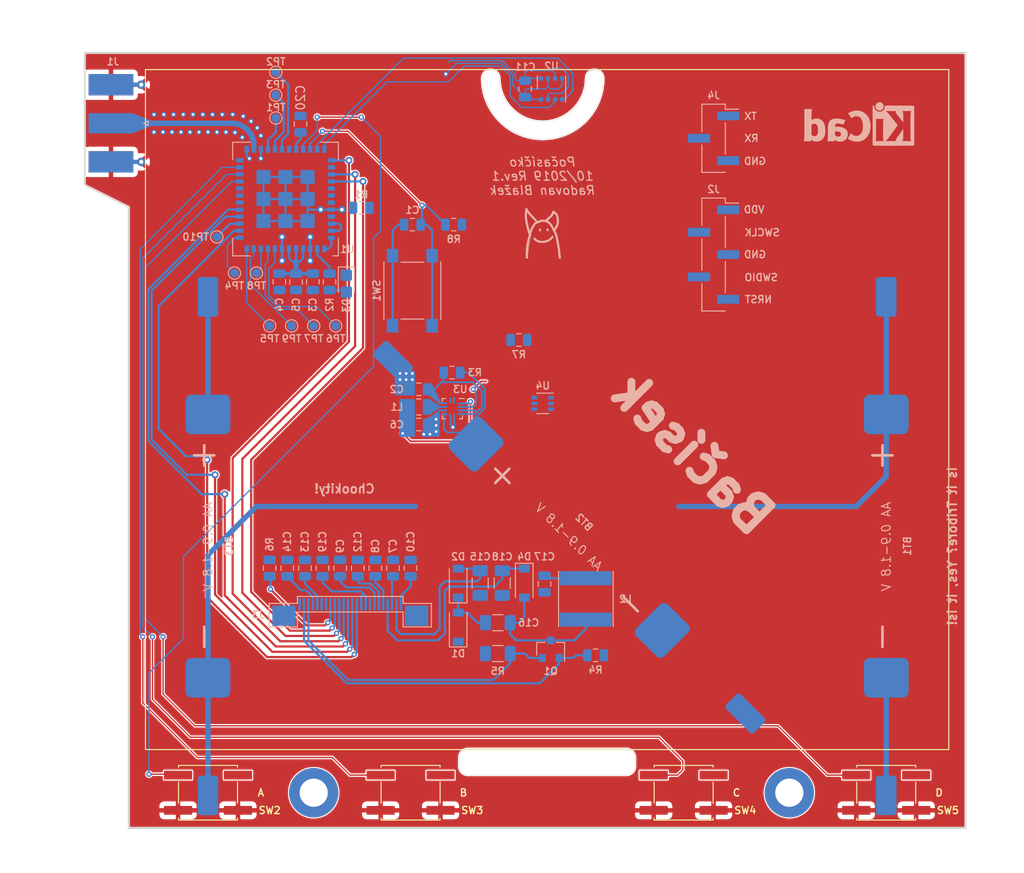
<source format=kicad_pcb>
(kicad_pcb (version 20190905) (host pcbnew "(5.99.0-252-ge621ae753)")
  (title_block (title "Počasíčko") (date "2019-10-22") (rev "1") (company "Radovan Blažek"))
  (layers (0 "Front" signal) (31 "Back" signal) (34 "B.Paste" user hide) (35 "F.Paste" user hide) (36 "B.SilkS" user) (37 "F.SilkS" user) (38 "B.Mask" user hide) (39 "F.Mask" user hide) (44 "Edge.Cuts" user))
  (net 0 "")
  (net 1 "GND")
  (net 2 "Net-(J1-Pad1)")
  (net 3 "Net-(U1-Pad45)")
  (net 4 "Net-(U1-Pad1)")
  (net 5 "Net-(U1-Pad31)")
  (net 6 "Net-(U1-Pad20)")
  (net 7 "Net-(U1-Pad38)")
  (net 8 "Net-(J3-PadMP)")
  (net 9 "Net-(J3-Pad1)")
  (net 10 "/SWDIO")
  (net 11 "/SWCLK")
  (net 12 "Net-(D3-Pad2)")
  (net 13 "Net-(R1-Pad1)")
  (net 14 "/~MCU_RESET")
  (net 15 "Net-(BT3-Pad1)")
  (net 16 "+2V5")
  (net 17 "/VSL")
  (net 18 "/VSH")
  (net 19 "/VDD")
  (net 20 "/VCOM")
  (net 21 "/VGH")
  (net 22 "/VGL")
  (net 23 "/PREVGL")
  (net 24 "/PREVGH")
  (net 25 "/VPP")
  (net 26 "/CS#")
  (net 27 "/D{slash}C#")
  (net 28 "/RES#")
  (net 29 "/BUSY")
  (net 30 "/BS1")
  (net 31 "/TSDA")
  (net 32 "/TSCL")
  (net 33 "/RESE")
  (net 34 "/GDR")
  (net 35 "Net-(L1-Pad1)")
  (net 36 "/POWER_GOOD")
  (net 37 "Net-(TP1-Pad1)")
  (net 38 "Net-(TP2-Pad1)")
  (net 39 "Net-(TP3-Pad1)")
  (net 40 "Net-(TP4-Pad1)")
  (net 41 "Net-(TP5-Pad1)")
  (net 42 "Net-(TP6-Pad1)")
  (net 43 "Net-(TP7-Pad1)")
  (net 44 "Net-(TP8-Pad1)")
  (net 45 "Net-(TP9-Pad1)")
  (net 46 "/BME680_SCL")
  (net 47 "/BME680_SDA")
  (net 48 "Net-(U3-Pad11)")
  (net 49 "Net-(U3-Pad12)")
  (net 50 "Net-(C16-Pad2)")
  (net 51 "Net-(C16-Pad1)")
  (net 52 "/SDI")
  (net 53 "/SCLK")
  (net 54 "Net-(BT1-Pad1)")
  (net 55 "Net-(BT2-Pad1)")
  (net 56 "/BATT_VOLTAGE")
  (net 57 "/USART1_RX")
  (net 58 "/USART1_TX")
  (net 59 "/LED")
  (net 60 "Net-(R7-Pad2)")
  (net 61 "/BUTTON_A")
  (net 62 "/BUTTON_B")
  (net 63 "/BUTTON_C")
  (net 64 "/BUTTON_D")
  (net 65 "Net-(TP10-Pad1)")
  (net 66 "/TCXO_OUT")
  (net 67 "Net-(U4-Pad4)")
  (net 68 "Net-(H1-Pad1)")
  (net 69 "Net-(H2-Pad1)")
  (module "Moje:BatteryHolder_Keystone_53_1xAA" (layer "Back") (at 114 106 -90)
    (fp_text reference "BT3" (at 0 -2.4 90 unlocked) (layer "B.SilkS") (effects (font (size 0.8128 0.8128) (thickness 0.1524)) (justify mirror)))
    (fp_text value "AA")
    (fp_text user "+" (at -10.3 0.2 -90 unlocked) (layer "B.SilkS") (effects (font (size 3 3) (thickness 0.3)) (justify mirror)))
    (fp_text user "-" (at 10.3 0.2 -90 unlocked) (layer "B.SilkS") (effects (font (size 3 3) (thickness 0.3)) (justify mirror)))
    (fp_text user "AA 0.9-1.8 V" (at 0 0 90 unlocked) (layer "B.SilkS") (effects (font (thickness 0.12) italic) (justify mirror)))
    (pad "2" smd roundrect (at 28.3 0 270) (size 4.5 2.34) (layers "Back" "B.Paste" "B.Mask") (roundrect_rratio 0.15) (net 55 "Net-(BT2-Pad1)"))
    (pad "1" smd roundrect (at -28.3 0 270) (size 4.5 2.34) (layers "Back" "B.Paste" "B.Mask") (roundrect_rratio 0.15) (net 15 "Net-(BT3-Pad1)"))
    (pad "2" smd roundrect (at 14.95 0 270) (size 4.5 5.08) (layers "Back" "B.Paste" "B.Mask") (roundrect_rratio 0.15) (net 55 "Net-(BT2-Pad1)"))
    (pad "1" smd roundrect (at -14.95 0 270) (size 4.5 5.08) (layers "Back" "B.Paste" "B.Mask") (roundrect_rratio 0.15) (net 15 "Net-(BT3-Pad1)"))
  )
  (module "Moje:BatteryHolder_Keystone_53_1xAA" (layer "Back") (at 155 105 -45)
    (fp_text reference "BT2" (at 0 -2.4 -45 unlocked) (layer "B.SilkS") (effects (font (size 0.8128 0.8128) (thickness 0.1524)) (justify mirror)))
    (fp_text value "AA")
    (fp_text user "+" (at -10.3 0.2 -45 unlocked) (layer "B.SilkS") (effects (font (size 3 3) (thickness 0.3)) (justify mirror)))
    (fp_text user "-" (at 10.3 0.2 -45 unlocked) (layer "B.SilkS") (effects (font (size 3 3) (thickness 0.3)) (justify mirror)))
    (fp_text user "AA 0.9-1.8 V" (at 0 0 -45 unlocked) (layer "B.SilkS") (effects (font (thickness 0.12) italic) (justify mirror)))
    (pad "2" smd roundrect (at 28.3 0 315) (size 4.5 2.34) (layers "Back" "B.Paste" "B.Mask") (roundrect_rratio 0.15) (net 54 "Net-(BT1-Pad1)"))
    (pad "1" smd roundrect (at -28.3 0 315) (size 4.5 2.34) (layers "Back" "B.Paste" "B.Mask") (roundrect_rratio 0.15) (net 55 "Net-(BT2-Pad1)"))
    (pad "2" smd roundrect (at 14.95 0 315) (size 4.5 5.08) (layers "Back" "B.Paste" "B.Mask") (roundrect_rratio 0.15) (net 54 "Net-(BT1-Pad1)"))
    (pad "1" smd roundrect (at -14.95 0 315) (size 4.5 5.08) (layers "Back" "B.Paste" "B.Mask") (roundrect_rratio 0.15) (net 55 "Net-(BT2-Pad1)"))
  )
  (module "Moje:BatteryHolder_Keystone_53_1xAA" (layer "Back") (at 191 106 -90)
    (fp_text reference "BT1" (at 0 -2.4 90 unlocked) (layer "B.SilkS") (effects (font (size 0.8128 0.8128) (thickness 0.1524)) (justify mirror)))
    (fp_text value "AA")
    (fp_text user "+" (at -10.3 0.2 -90 unlocked) (layer "B.SilkS") (effects (font (size 3 3) (thickness 0.3)) (justify mirror)))
    (fp_text user "-" (at 10.3 0.2 -90 unlocked) (layer "B.SilkS") (effects (font (size 3 3) (thickness 0.3)) (justify mirror)))
    (fp_text user "AA 0.9-1.8 V" (at 0 0 90 unlocked) (layer "B.SilkS") (effects (font (thickness 0.12) italic) (justify mirror)))
    (pad "2" smd roundrect (at 28.3 0 270) (size 4.5 2.34) (layers "Back" "B.Paste" "B.Mask") (roundrect_rratio 0.15) (net 1 "GND"))
    (pad "1" smd roundrect (at -28.3 0 270) (size 4.5 2.34) (layers "Back" "B.Paste" "B.Mask") (roundrect_rratio 0.15) (net 54 "Net-(BT1-Pad1)"))
    (pad "2" smd roundrect (at 14.95 0 270) (size 4.5 5.08) (layers "Back" "B.Paste" "B.Mask") (roundrect_rratio 0.15) (net 1 "GND"))
    (pad "1" smd roundrect (at -14.95 0 270) (size 4.5 5.08) (layers "Back" "B.Paste" "B.Mask") (roundrect_rratio 0.15) (net 54 "Net-(BT1-Pad1)"))
  )
  (module "TestPoint:TestPoint_Pad_D1.0mm" (layer "Back") (at 117 75)
    (fp_text reference "TP4" (at 0 1.448) (layer "B.SilkS") (effects (font (size 0.8128 0.8128) (thickness 0.1524)) (justify mirror)))
    (fp_text value "DIO0")
    (pad "1" smd circle (at 0 0) (size 1 1) (layers "Back" "B.Mask") (net 40 "Net-(TP4-Pad1)"))
  )
  (module "Capacitor_SMD:C_0805_2012Metric" (layer "Back") (at 124.5 58.1 -90)
    (fp_text reference "C20" (at -3 0 90) (layer "B.SilkS") (effects (justify mirror)))
    (fp_text value "1uF")
    (pad "2" smd roundrect (at 0.9375 0 270) (size 0.975 1.4) (layers "Back" "B.Paste" "B.Mask") (net 16 "+2V5"))
    (pad "1" smd roundrect (at -0.9375 0 270) (size 0.975 1.4) (layers "Back" "B.Paste" "B.Mask") (net 1 "GND"))
  )
  (module "MountingHole:MountingHole_3.2mm_M3_DIN965_Pad" (layer "Front") (at 180 134)
    (fp_text reference "H2" hide)
    (fp_text value "M3_Hole")
    (pad "1" thru_hole circle (at 0 0) (size 5.6 5.6) (drill 3.2) (layers *.Cu *.Mask) (net 69 "Net-(H2-Pad1)"))
  )
  (module "MountingHole:MountingHole_3.2mm_M3_DIN965_Pad" (layer "Front") (at 126 134)
    (fp_text reference "H1" hide)
    (fp_text value "M3_Hole")
    (pad "1" thru_hole circle (at 0 0) (size 5.6 5.6) (drill 3.2) (layers *.Cu *.Mask) (net 68 "Net-(H1-Pad1)"))
  )
  (module "Symbol:KiCad-Logo_5mm_SilkScreen" (layer "Back") (at 187.9 58.6 180)
    (fp_text reference "REF**" hide)
    (fp_text value "KiCad-Logo_5mm_SilkScreen" hide)
  )
  (module "Moje:moje_logo" (layer "Back") (at 152 70.5 180)
    (fp_text reference "G***" hide)
    (fp_text value "LOGO" hide)
  )
  (module "Button_Switch_SMD:SW_SPST_EVQQ2" (layer "Front") (at 191 134)
    (fp_text reference "SW5" (at 7 2) (layer "F.SilkS") (effects (font (size 0.8128 0.8128) (thickness 0.1524))))
    (fp_text value "D" (at 6 0) (layer "F.SilkS") (effects (font (size 0.8128 0.8128) (thickness 0.1524))))
    (pad "2" smd rect (at 3.4 2) (size 3.2 1) (layers "Front" "F.Paste" "F.Mask") (net 1 "GND"))
    (pad "2" smd rect (at -3.4 2) (size 3.2 1) (layers "Front" "F.Paste" "F.Mask") (net 1 "GND"))
    (pad "1" smd rect (at -3.4 -2) (size 3.2 1) (layers "Front" "F.Paste" "F.Mask") (net 64 "/BUTTON_D"))
    (pad "1" smd rect (at 3.4 -2) (size 3.2 1) (layers "Front" "F.Paste" "F.Mask") (net 64 "/BUTTON_D"))
  )
  (module "Button_Switch_SMD:SW_SPST_EVQQ2" (layer "Front") (at 168 134)
    (fp_text reference "SW4" (at 7 2) (layer "F.SilkS") (effects (font (size 0.8128 0.8128) (thickness 0.1524))))
    (fp_text value "C" (at 6 0) (layer "F.SilkS") (effects (font (size 0.8128 0.8128) (thickness 0.1524))))
    (pad "2" smd rect (at 3.4 2) (size 3.2 1) (layers "Front" "F.Paste" "F.Mask") (net 1 "GND"))
    (pad "2" smd rect (at -3.4 2) (size 3.2 1) (layers "Front" "F.Paste" "F.Mask") (net 1 "GND"))
    (pad "1" smd rect (at -3.4 -2) (size 3.2 1) (layers "Front" "F.Paste" "F.Mask") (net 63 "/BUTTON_C"))
    (pad "1" smd rect (at 3.4 -2) (size 3.2 1) (layers "Front" "F.Paste" "F.Mask") (net 63 "/BUTTON_C"))
  )
  (module "Button_Switch_SMD:SW_SPST_EVQQ2" (layer "Front") (at 137 134)
    (fp_text reference "SW3" (at 7 2) (layer "F.SilkS") (effects (font (size 0.8128 0.8128) (thickness 0.1524))))
    (fp_text value "B" (at 6 0) (layer "F.SilkS") (effects (font (size 0.8128 0.8128) (thickness 0.1524))))
    (pad "2" smd rect (at 3.4 2) (size 3.2 1) (layers "Front" "F.Paste" "F.Mask") (net 1 "GND"))
    (pad "2" smd rect (at -3.4 2) (size 3.2 1) (layers "Front" "F.Paste" "F.Mask") (net 1 "GND"))
    (pad "1" smd rect (at -3.4 -2) (size 3.2 1) (layers "Front" "F.Paste" "F.Mask") (net 62 "/BUTTON_B"))
    (pad "1" smd rect (at 3.4 -2) (size 3.2 1) (layers "Front" "F.Paste" "F.Mask") (net 62 "/BUTTON_B"))
  )
  (module "Button_Switch_SMD:SW_SPST_EVQQ2" (layer "Front") (at 114 134)
    (fp_text reference "SW2" (at 7 2) (layer "F.SilkS") (effects (font (size 0.8128 0.8128) (thickness 0.1524))))
    (fp_text value "A" (at 6 0) (layer "F.SilkS") (effects (font (size 0.8128 0.8128) (thickness 0.1524))))
    (pad "2" smd rect (at 3.4 2) (size 3.2 1) (layers "Front" "F.Paste" "F.Mask") (net 1 "GND"))
    (pad "2" smd rect (at -3.4 2) (size 3.2 1) (layers "Front" "F.Paste" "F.Mask") (net 1 "GND"))
    (pad "1" smd rect (at -3.4 -2) (size 3.2 1) (layers "Front" "F.Paste" "F.Mask") (net 61 "/BUTTON_A"))
    (pad "1" smd rect (at 3.4 -2) (size 3.2 1) (layers "Front" "F.Paste" "F.Mask") (net 61 "/BUTTON_A"))
  )
  (module "Moje:Waveshare_EPD_4.2_Amphenol_SFV24R-4STBE1HLF" (layer "Back") (at 152.5 89.5 180)
    (fp_text reference "J3" (at 32.8 -24.3) (layer "B.SilkS") (effects (font (size 0.8128 0.8128) (thickness 0.1524)) (justify mirror)))
    (fp_text value "FPC24")
    (pad "MP" smd rect (at 29.875 -24.4 180) (size 2.65 2.3) (layers "Back" "B.Paste" "B.Mask") (net 8 "Net-(J3-PadMP)"))
    (pad "MP" smd rect (at 14.825 -24.4 180) (size 2.65 2.3) (layers "Back" "B.Paste" "B.Mask") (net 8 "Net-(J3-PadMP)"))
    (pad "1" smd rect (at 28.1 -23.1 180) (size 0.3 1.4) (layers "Back" "B.Paste" "B.Mask") (net 9 "Net-(J3-Pad1)"))
    (pad "2" smd rect (at 27.6 -23.1 180) (size 0.3 1.4) (layers "Back" "B.Paste" "B.Mask") (net 34 "/GDR"))
    (pad "3" smd rect (at 27.1 -23.1 180) (size 0.3 1.4) (layers "Back" "B.Paste" "B.Mask") (net 33 "/RESE"))
    (pad "4" smd rect (at 26.6 -23.1 180) (size 0.3 1.4) (layers "Back" "B.Paste" "B.Mask") (net 22 "/VGL"))
    (pad "5" smd rect (at 26.1 -23.1 180) (size 0.3 1.4) (layers "Back" "B.Paste" "B.Mask") (net 21 "/VGH"))
    (pad "6" smd rect (at 25.6 -23.1 180) (size 0.3 1.4) (layers "Back" "B.Paste" "B.Mask") (net 32 "/TSCL"))
    (pad "7" smd rect (at 25.1 -23.1 180) (size 0.3 1.4) (layers "Back" "B.Paste" "B.Mask") (net 31 "/TSDA"))
    (pad "8" smd rect (at 24.6 -23.1 180) (size 0.3 1.4) (layers "Back" "B.Paste" "B.Mask") (net 30 "/BS1"))
    (pad "9" smd rect (at 24.1 -23.1 180) (size 0.3 1.4) (layers "Back" "B.Paste" "B.Mask") (net 29 "/BUSY"))
    (pad "10" smd rect (at 23.6 -23.1 180) (size 0.3 1.4) (layers "Back" "B.Paste" "B.Mask") (net 28 "/RES#"))
    (pad "11" smd rect (at 23.1 -23.1 180) (size 0.3 1.4) (layers "Back" "B.Paste" "B.Mask") (net 27 "/D{slash}C#"))
    (pad "12" smd rect (at 22.6 -23.1 180) (size 0.3 1.4) (layers "Back" "B.Paste" "B.Mask") (net 26 "/CS#"))
    (pad "13" smd rect (at 22.1 -23.1 180) (size 0.3 1.4) (layers "Back" "B.Paste" "B.Mask") (net 53 "/SCLK"))
    (pad "14" smd rect (at 21.6 -23.1 180) (size 0.3 1.4) (layers "Back" "B.Paste" "B.Mask") (net 52 "/SDI"))
    (pad "15" smd rect (at 21.1 -23.1 180) (size 0.3 1.4) (layers "Back" "B.Paste" "B.Mask") (net 16 "+2V5"))
    (pad "16" smd rect (at 20.6 -23.1 180) (size 0.3 1.4) (layers "Back" "B.Paste" "B.Mask") (net 16 "+2V5"))
    (pad "17" smd rect (at 20.1 -23.1 180) (size 0.3 1.4) (layers "Back" "B.Paste" "B.Mask") (net 1 "GND"))
    (pad "18" smd rect (at 19.6 -23.1 180) (size 0.3 1.4) (layers "Back" "B.Paste" "B.Mask") (net 19 "/VDD"))
    (pad "19" smd rect (at 19.1 -23.1 180) (size 0.3 1.4) (layers "Back" "B.Paste" "B.Mask") (net 25 "/VPP"))
    (pad "20" smd rect (at 18.6 -23.1 180) (size 0.3 1.4) (layers "Back" "B.Paste" "B.Mask") (net 18 "/VSH"))
    (pad "21" smd rect (at 18.1 -23.1 180) (size 0.3 1.4) (layers "Back" "B.Paste" "B.Mask") (net 24 "/PREVGH"))
    (pad "22" smd rect (at 17.6 -23.1 180) (size 0.3 1.4) (layers "Back" "B.Paste" "B.Mask") (net 17 "/VSL"))
    (pad "23" smd rect (at 17.1 -23.1 180) (size 0.3 1.4) (layers "Back" "B.Paste" "B.Mask") (net 23 "/PREVGL"))
    (pad "24" smd rect (at 16.6 -23.1 180) (size 0.3 1.4) (layers "Back" "B.Paste" "B.Mask") (net 20 "/VCOM"))
  )
  (module "Button_Switch_SMD:SW_Push_1P1T_NO_6x6mm_H9.5mm" (layer "Back") (at 137.2 77 -90)
    (fp_text reference "SW1" (at 0 4.05 90) (layer "B.SilkS") (effects (font (size 0.8128 0.8128) (thickness 0.1524)) (justify mirror)))
    (fp_text value "SW_Push")
    (pad "2" smd rect (at 3.975 -2.25 270) (size 1.55 1.3) (layers "Back" "B.Paste" "B.Mask") (net 14 "/~MCU_RESET"))
    (pad "1" smd rect (at 3.975 2.25 270) (size 1.55 1.3) (layers "Back" "B.Paste" "B.Mask") (net 1 "GND"))
    (pad "1" smd rect (at -3.975 2.25 270) (size 1.55 1.3) (layers "Back" "B.Paste" "B.Mask") (net 1 "GND"))
    (pad "2" smd rect (at -3.975 -2.25 270) (size 1.55 1.3) (layers "Back" "B.Paste" "B.Mask") (net 14 "/~MCU_RESET"))
  )
  (module "Package_TO_SOT_SMD:SOT-363_SC-70-6" (layer "Back") (at 152 89.8 180)
    (fp_text reference "U4" (at 0 2 180) (layer "B.SilkS") (effects (font (size 0.8128 0.8128) (thickness 0.1524)) (justify mirror)))
    (fp_text value "LM66100")
    (pad "6" smd rect (at 0.95 0.65 180) (size 0.65 0.4) (layers "Back" "B.Paste" "B.Mask") (net 56 "/BATT_VOLTAGE"))
    (pad "4" smd rect (at 0.95 -0.65 180) (size 0.65 0.4) (layers "Back" "B.Paste" "B.Mask") (net 67 "Net-(U4-Pad4)"))
    (pad "2" smd rect (at -0.95 0 180) (size 0.65 0.4) (layers "Back" "B.Paste" "B.Mask") (net 1 "GND"))
    (pad "5" smd rect (at 0.95 0 180) (size 0.65 0.4) (layers "Back" "B.Paste" "B.Mask") (net 1 "GND"))
    (pad "3" smd rect (at -0.95 -0.65 180) (size 0.65 0.4) (layers "Back" "B.Paste" "B.Mask") (net 56 "/BATT_VOLTAGE"))
    (pad "1" smd rect (at -0.95 0.65 180) (size 0.65 0.4) (layers "Back" "B.Paste" "B.Mask") (net 15 "Net-(BT3-Pad1)"))
  )
  (module "TestPoint:TestPoint_Pad_D1.0mm" (layer "Back") (at 115 70.9)
    (fp_text reference "TP10" (at -2.4 0 180) (layer "B.SilkS") (effects (font (size 0.8128 0.8128) (thickness 0.1524)) (justify mirror)))
    (fp_text value "PB14")
    (pad "1" smd circle (at 0 0) (size 1 1) (layers "Back" "B.Mask") (net 65 "Net-(TP10-Pad1)"))
  )
  (module "Resistor_SMD:R_0805_2012Metric" (layer "Back") (at 141.9 69.5)
    (fp_text reference "R8" (at 0 1.65 180) (layer "B.SilkS") (effects (font (size 0.8128 0.8128) (thickness 0.1524)) (justify mirror)))
    (fp_text value "0R")
    (pad "2" smd roundrect (at 0.9375 0) (size 0.975 1.4) (layers "Back" "B.Paste" "B.Mask") (net 36 "/POWER_GOOD"))
    (pad "1" smd roundrect (at -0.9375 0) (size 0.975 1.4) (layers "Back" "B.Paste" "B.Mask") (net 14 "/~MCU_RESET"))
  )
  (module "Resistor_SMD:R_0805_2012Metric" (layer "Back") (at 149.3 82.6)
    (fp_text reference "R7" (at 0 1.65 180) (layer "B.SilkS") (effects (font (size 0.8128 0.8128) (thickness 0.1524)) (justify mirror)))
    (fp_text value "0R")
    (pad "2" smd roundrect (at 0.9375 0) (size 0.975 1.4) (layers "Back" "B.Paste" "B.Mask") (net 60 "Net-(R7-Pad2)"))
    (pad "1" smd roundrect (at -0.9375 0) (size 0.975 1.4) (layers "Back" "B.Paste" "B.Mask") (net 1 "GND"))
  )
  (module "Connector_PinHeader_2.54mm:PinHeader_1x03_P2.54mm_Vertical_SMD_Pin1Left" (layer "Back") (at 171.4 59.7 180)
    (fp_text reference "J4" (at 0 4.87 180) (layer "B.SilkS") (effects (font (size 0.8128 0.8128) (thickness 0.1524)) (justify mirror)))
    (fp_text value "Header_SMD_1x03")
    (pad "2" smd rect (at 1.655 0 180) (size 2.51 1) (layers "Back" "B.Paste" "B.Mask") (net 57 "/USART1_RX"))
    (pad "3" smd rect (at -1.655 -2.54 180) (size 2.51 1) (layers "Back" "B.Paste" "B.Mask") (net 1 "GND"))
    (pad "1" smd rect (at -1.655 2.54 180) (size 2.51 1) (layers "Back" "B.Paste" "B.Mask") (net 58 "/USART1_TX"))
  )
  (module "Resistor_SMD:R_0805_2012Metric" (layer "Back") (at 121 108.5 90)
    (fp_text reference "R6" (at 2.7 0 270) (layer "B.SilkS") (effects (font (size 0.8128 0.8128) (thickness 0.1524)) (justify mirror)))
    (fp_text value "0R")
    (pad "2" smd roundrect (at 0.9375 0 90) (size 0.975 1.4) (layers "Back" "B.Paste" "B.Mask") (net 1 "GND"))
    (pad "1" smd roundrect (at -0.9375 0 90) (size 0.975 1.4) (layers "Back" "B.Paste" "B.Mask") (net 30 "/BS1"))
  )
  (module "Resistor_SMD:R_1206_3216Metric" (layer "Back") (at 146.9 118.2 180)
    (fp_text reference "R5" (at 0 -2) (layer "B.SilkS") (effects (font (size 0.8128 0.8128) (thickness 0.1524)) (justify mirror)))
    (fp_text value "0R47")
    (pad "2" smd roundrect (at 1.4 0 180) (size 1.25 1.75) (layers "Back" "B.Paste" "B.Mask") (roundrect_rratio 0.2) (net 1 "GND"))
    (pad "1" smd roundrect (at -1.4 0 180) (size 1.25 1.75) (layers "Back" "B.Paste" "B.Mask") (roundrect_rratio 0.2) (net 33 "/RESE"))
  )
  (module "Resistor_SMD:R_0805_2012Metric" (layer "Back") (at 158 118.4)
    (fp_text reference "R4" (at 0 1.65) (layer "B.SilkS") (effects (font (size 0.8128 0.8128) (thickness 0.1524)) (justify mirror)))
    (fp_text value "10k")
    (pad "2" smd roundrect (at 0.9375 0) (size 0.975 1.4) (layers "Back" "B.Paste" "B.Mask") (net 1 "GND"))
    (pad "1" smd roundrect (at -0.9375 0) (size 0.975 1.4) (layers "Back" "B.Paste" "B.Mask") (net 34 "/GDR"))
  )
  (module "Package_TO_SOT_SMD:SOT-23" (layer "Back") (at 152.9 117.7 90)
    (fp_text reference "Q1" (at -2.5 0 180) (layer "B.SilkS") (effects (font (size 0.8128 0.8128) (thickness 0.1524)) (justify mirror)))
    (fp_text value "AO3400A")
    (pad "3" smd rect (at 1 0 90) (size 0.9 0.8) (layers "Back" "B.Paste" "B.Mask") (net 51 "Net-(C16-Pad1)"))
    (pad "2" smd rect (at -1 -0.95 90) (size 0.9 0.8) (layers "Back" "B.Paste" "B.Mask") (net 33 "/RESE"))
    (pad "1" smd rect (at -1 0.95 90) (size 0.9 0.8) (layers "Back" "B.Paste" "B.Mask") (net 34 "/GDR"))
  )
  (module "Inductor_SMD:L_Taiyo-Yuden_NR-60xx" (layer "Back") (at 156.9 112 -90)
    (fp_text reference "L2" (at 0 -4.5 180) (layer "B.SilkS") (effects (font (size 0.8128 0.8128) (thickness 0.1524)) (justify mirror)))
    (fp_text value "NRS6045T680MMGK")
    (pad "2" smd rect (at 2.35 0 270) (size 1.6 5.9) (layers "Back" "B.Paste" "B.Mask") (net 51 "Net-(C16-Pad1)"))
    (pad "1" smd rect (at -2.35 0 270) (size 1.6 5.9) (layers "Back" "B.Paste" "B.Mask") (net 16 "+2V5"))
  )
  (module "Diode_SMD:D_SOD-123" (layer "Back") (at 149.9 110.2 -90)
    (fp_text reference "D4" (at -3 0 180) (layer "B.SilkS") (effects (font (size 0.8128 0.8128) (thickness 0.1524)) (justify mirror)))
    (fp_text value "MBR0530")
    (pad "2" smd rect (at 1.65 0 270) (size 0.9 1.2) (layers "Back" "B.Paste" "B.Mask") (net 51 "Net-(C16-Pad1)"))
    (pad "1" smd rect (at -1.65 0 270) (size 0.9 1.2) (layers "Back" "B.Paste" "B.Mask") (net 24 "/PREVGH"))
  )
  (module "Diode_SMD:D_SOD-123" (layer "Back") (at 142.4 110.2 90)
    (fp_text reference "D2" (at 3 0 180) (layer "B.SilkS") (effects (font (size 0.8128 0.8128) (thickness 0.1524)) (justify mirror)))
    (fp_text value "MBR0530")
    (pad "2" smd rect (at 1.65 0 90) (size 0.9 1.2) (layers "Back" "B.Paste" "B.Mask") (net 23 "/PREVGL"))
    (pad "1" smd rect (at -1.65 0 90) (size 0.9 1.2) (layers "Back" "B.Paste" "B.Mask") (net 50 "Net-(C16-Pad2)"))
  )
  (module "Diode_SMD:D_SOD-123" (layer "Back") (at 142.4 115.2 90)
    (fp_text reference "D1" (at -3 0 180) (layer "B.SilkS") (effects (font (size 0.8128 0.8128) (thickness 0.1524)) (justify mirror)))
    (fp_text value "MBR0530")
    (pad "2" smd rect (at 1.65 0 90) (size 0.9 1.2) (layers "Back" "B.Paste" "B.Mask") (net 50 "Net-(C16-Pad2)"))
    (pad "1" smd rect (at -1.65 0 90) (size 0.9 1.2) (layers "Back" "B.Paste" "B.Mask") (net 1 "GND"))
  )
  (module "Capacitor_SMD:C_0805_2012Metric" (layer "Back") (at 127 108.5 -90)
    (fp_text reference "C19" (at -3 0 90) (layer "B.SilkS") (effects (font (size 0.8128 0.8128) (thickness 0.1524)) (justify mirror)))
    (fp_text value "100nF")
    (pad "2" smd roundrect (at 0.9375 0 270) (size 0.975 1.4) (layers "Back" "B.Paste" "B.Mask") (net 16 "+2V5"))
    (pad "1" smd roundrect (at -0.9375 0 270) (size 0.975 1.4) (layers "Back" "B.Paste" "B.Mask") (net 1 "GND"))
  )
  (module "Capacitor_SMD:C_1206_3216Metric" (layer "Back") (at 147.4 110.2 -90)
    (fp_text reference "C18" (at -3 0 180) (layer "B.SilkS") (effects (font (size 0.8128 0.8128) (thickness 0.1524)) (justify mirror)))
    (fp_text value "1uF/50V")
    (pad "2" smd roundrect (at 1.4 0 270) (size 1.25 1.75) (layers "Back" "B.Paste" "B.Mask") (roundrect_rratio 0.2) (net 1 "GND"))
    (pad "1" smd roundrect (at -1.4 0 270) (size 1.25 1.75) (layers "Back" "B.Paste" "B.Mask") (roundrect_rratio 0.2) (net 24 "/PREVGH"))
  )
  (module "Capacitor_SMD:C_0805_2012Metric" (layer "Back") (at 152.2 110.3 90)
    (fp_text reference "C17" (at 3.1 0 180) (layer "B.SilkS") (effects (font (size 0.8128 0.8128) (thickness 0.1524)) (justify mirror)))
    (fp_text value "10uF/6V")
    (pad "2" smd roundrect (at 0.9375 0 90) (size 0.975 1.4) (layers "Back" "B.Paste" "B.Mask") (net 16 "+2V5"))
    (pad "1" smd roundrect (at -0.9375 0 90) (size 0.975 1.4) (layers "Back" "B.Paste" "B.Mask") (net 1 "GND"))
  )
  (module "Capacitor_SMD:C_1206_3216Metric" (layer "Back") (at 146.9 114.7 180)
    (fp_text reference "C16" (at -3.5 0) (layer "B.SilkS") (effects (font (size 0.8128 0.8128) (thickness 0.1524)) (justify mirror)))
    (fp_text value "4.7uF/50V")
    (pad "2" smd roundrect (at 1.4 0 180) (size 1.25 1.75) (layers "Back" "B.Paste" "B.Mask") (roundrect_rratio 0.2) (net 50 "Net-(C16-Pad2)"))
    (pad "1" smd roundrect (at -1.4 0 180) (size 1.25 1.75) (layers "Back" "B.Paste" "B.Mask") (roundrect_rratio 0.2) (net 51 "Net-(C16-Pad1)"))
  )
  (module "Capacitor_SMD:C_1206_3216Metric" (layer "Back") (at 144.9 110.2 -90)
    (fp_text reference "C15" (at -3 0 180) (layer "B.SilkS") (effects (font (size 0.8128 0.8128) (thickness 0.1524)) (justify mirror)))
    (fp_text value "1uF/50V")
    (pad "2" smd roundrect (at 1.4 0 270) (size 1.25 1.75) (layers "Back" "B.Paste" "B.Mask") (roundrect_rratio 0.2) (net 1 "GND"))
    (pad "1" smd roundrect (at -1.4 0 270) (size 1.25 1.75) (layers "Back" "B.Paste" "B.Mask") (roundrect_rratio 0.2) (net 23 "/PREVGL"))
  )
  (module "Moje:QFN-12_2x2_Pitch0.4mm" (layer "Back") (at 141.7375 90.4 180)
    (fp_text reference "U3" (at -0.9 2.2) (layer "B.SilkS") (effects (font (size 0.8128 0.8128) (thickness 0.1524)) (justify mirror)))
    (fp_text value "MP28200")
    (pad "1" smd custom (at -0.95 0.6 90) (size 0.2 0.3) (layers "Back" "B.Paste" "B.Mask") (net 16 "+2V5") (options (clearance outline) (anchor rect)) (primitives (gr_poly (pts (xy -0.1 0.35) (xy 0.1 0.35) (xy 0.1 -0.2) (xy -0.05 -0.35) (xy -0.1 -0.35)) (width 0))))
    (pad "2" smd rect (at -0.95 0.2 90) (size 0.2 0.7) (layers "Back" "B.Paste" "B.Mask") (net 60 "Net-(R7-Pad2)"))
    (pad "3" smd rect (at -0.95 -0.2 90) (size 0.2 0.7) (layers "Back" "B.Paste" "B.Mask") (net 56 "/BATT_VOLTAGE"))
    (pad "4" smd rect (at -0.95 -0.6 90) (size 0.2 0.7) (layers "Back" "B.Paste" "B.Mask") (net 56 "/BATT_VOLTAGE"))
    (pad "5" smd rect (at -0.2 -0.95 180) (size 0.2 0.7) (layers "Back" "B.Paste" "B.Mask") (net 1 "GND"))
    (pad "6" smd rect (at 0.2 -0.95 180) (size 0.2 0.7) (layers "Back" "B.Paste" "B.Mask") (net 1 "GND"))
    (pad "7" smd rect (at 0.95 -0.6 90) (size 0.2 0.7) (layers "Back" "B.Paste" "B.Mask") (net 36 "/POWER_GOOD"))
    (pad "8" smd rect (at 0.95 -0.2 90) (size 0.2 0.7) (layers "Back" "B.Paste" "B.Mask") (net 1 "GND"))
    (pad "9" smd rect (at 0.95 0.2 90) (size 0.2 0.7) (layers "Back" "B.Paste" "B.Mask") (net 35 "Net-(L1-Pad1)"))
    (pad "10" smd rect (at 0.95 0.6 90) (size 0.2 0.7) (layers "Back" "B.Paste" "B.Mask") (net 56 "/BATT_VOLTAGE"))
    (pad "11" smd rect (at 0.2 0.95 180) (size 0.2 0.7) (layers "Back" "B.Paste" "B.Mask") (net 48 "Net-(U3-Pad11)"))
    (pad "12" smd rect (at -0.2 0.95 180) (size 0.2 0.7) (layers "Back" "B.Paste" "B.Mask") (net 49 "Net-(U3-Pad12)"))
  )
  (module "TestPoint:TestPoint_Pad_D1.0mm" (layer "Back") (at 123.5 81)
    (fp_text reference "TP9" (at 0 1.448) (layer "B.SilkS") (effects (font (size 0.8128 0.8128) (thickness 0.1524)) (justify mirror)))
    (fp_text value "DIO5")
    (pad "1" smd circle (at 0 0) (size 1 1) (layers "Back" "B.Mask") (net 45 "Net-(TP9-Pad1)"))
  )
  (module "TestPoint:TestPoint_Pad_D1.0mm" (layer "Back") (at 119.5 75)
    (fp_text reference "TP8" (at 0 1.448) (layer "B.SilkS") (effects (font (size 0.8128 0.8128) (thickness 0.1524)) (justify mirror)))
    (fp_text value "DIO4")
    (pad "1" smd circle (at 0 0) (size 1 1) (layers "Back" "B.Mask") (net 44 "Net-(TP8-Pad1)"))
  )
  (module "TestPoint:TestPoint_Pad_D1.0mm" (layer "Back") (at 126 81)
    (fp_text reference "TP7" (at 0 1.448) (layer "B.SilkS") (effects (font (size 0.8128 0.8128) (thickness 0.1524)) (justify mirror)))
    (fp_text value "DIO3")
    (pad "1" smd circle (at 0 0) (size 1 1) (layers "Back" "B.Mask") (net 43 "Net-(TP7-Pad1)"))
  )
  (module "TestPoint:TestPoint_Pad_D1.0mm" (layer "Back") (at 128.5 81)
    (fp_text reference "TP6" (at 0 1.448) (layer "B.SilkS") (effects (font (size 0.8128 0.8128) (thickness 0.1524)) (justify mirror)))
    (fp_text value "DIO2")
    (pad "1" smd circle (at 0 0) (size 1 1) (layers "Back" "B.Mask") (net 42 "Net-(TP6-Pad1)"))
  )
  (module "TestPoint:TestPoint_Pad_D1.0mm" (layer "Back") (at 121 81)
    (fp_text reference "TP5" (at 0 1.448) (layer "B.SilkS") (effects (font (size 0.8128 0.8128) (thickness 0.1524)) (justify mirror)))
    (fp_text value "DIO1")
    (pad "1" smd circle (at 0 0) (size 1 1) (layers "Back" "B.Mask") (net 41 "Net-(TP5-Pad1)"))
  )
  (module "TestPoint:TestPoint_Pad_D1.0mm" (layer "Back") (at 121.7 54.8 -90)
    (fp_text reference "TP3" (at -1.2 0 180) (layer "B.SilkS") (effects (font (size 0.8128 0.8128) (thickness 0.1524)) (justify mirror)))
    (fp_text value "CRF3")
    (pad "1" smd circle (at 0 0 270) (size 1 1) (layers "Back" "B.Mask") (net 39 "Net-(TP3-Pad1)"))
  )
  (module "TestPoint:TestPoint_Pad_D1.0mm" (layer "Back") (at 121.7 52.2 -90)
    (fp_text reference "TP2" (at -1.2 0 180) (layer "B.SilkS") (effects (font (size 0.8128 0.8128) (thickness 0.1524)) (justify mirror)))
    (fp_text value "CRF2")
    (pad "1" smd circle (at 0 0 270) (size 1 1) (layers "Back" "B.Mask") (net 38 "Net-(TP2-Pad1)"))
  )
  (module "TestPoint:TestPoint_Pad_D1.0mm" (layer "Back") (at 121.7 57.4 -90)
    (fp_text reference "TP1" (at -1.2 0 180) (layer "B.SilkS") (effects (font (size 0.8128 0.8128) (thickness 0.1524)) (justify mirror)))
    (fp_text value "CRF1")
    (pad "1" smd circle (at 0 0 270) (size 1 1) (layers "Back" "B.Mask") (net 37 "Net-(TP1-Pad1)"))
  )
  (module "Resistor_SMD:R_0805_2012Metric" (layer "Back") (at 141.7 86.3)
    (fp_text reference "R3" (at 2.6 0) (layer "B.SilkS") (effects (font (size 0.8128 0.8128) (thickness 0.1524)) (justify mirror)))
    (fp_text value "100k")
    (pad "2" smd roundrect (at 0.9375 0) (size 0.975 1.4) (layers "Back" "B.Paste" "B.Mask") (net 36 "/POWER_GOOD"))
    (pad "1" smd roundrect (at -0.9375 0) (size 0.975 1.4) (layers "Back" "B.Paste" "B.Mask") (net 56 "/BATT_VOLTAGE"))
  )
  (module "Moje:L_0806_2016Metric" (layer "Back") (at 137.9375 90.2 180)
    (fp_text reference "L1" (at 2.5 0) (layer "B.SilkS") (effects (font (size 0.8128 0.8128) (thickness 0.1524)) (justify mirror)))
    (fp_text value "DFE201612P-2R2M")
    (pad "2" smd roundrect (at 0.9375 0 180) (size 0.975 1.8) (layers "Back" "B.Paste" "B.Mask") (net 16 "+2V5"))
    (pad "1" smd roundrect (at -0.9375 0 180) (size 0.975 1.8) (layers "Back" "B.Paste" "B.Mask") (net 35 "Net-(L1-Pad1)"))
  )
  (module "Capacitor_SMD:C_0805_2012Metric" (layer "Back") (at 123 108.5 -90)
    (fp_text reference "C14" (at -3 0 90) (layer "B.SilkS") (effects (font (size 0.8128 0.8128) (thickness 0.1524)) (justify mirror)))
    (fp_text value "1uF/25V")
    (pad "2" smd roundrect (at 0.9375 0 270) (size 0.975 1.4) (layers "Back" "B.Paste" "B.Mask") (net 22 "/VGL"))
    (pad "1" smd roundrect (at -0.9375 0 270) (size 0.975 1.4) (layers "Back" "B.Paste" "B.Mask") (net 1 "GND"))
  )
  (module "Capacitor_SMD:C_0805_2012Metric" (layer "Back") (at 125 108.5 -90)
    (fp_text reference "C13" (at -3 0 90) (layer "B.SilkS") (effects (font (size 0.8128 0.8128) (thickness 0.1524)) (justify mirror)))
    (fp_text value "1uF/25V")
    (pad "2" smd roundrect (at 0.9375 0 270) (size 0.975 1.4) (layers "Back" "B.Paste" "B.Mask") (net 21 "/VGH"))
    (pad "1" smd roundrect (at -0.9375 0 270) (size 0.975 1.4) (layers "Back" "B.Paste" "B.Mask") (net 1 "GND"))
  )
  (module "Capacitor_SMD:C_0805_2012Metric" (layer "Back") (at 131 108.5 -90)
    (fp_text reference "C12" (at -3 0 90) (layer "B.SilkS") (effects (font (size 0.8128 0.8128) (thickness 0.1524)) (justify mirror)))
    (fp_text value "1uF/25V")
    (pad "2" smd roundrect (at 0.9375 0 270) (size 0.975 1.4) (layers "Back" "B.Paste" "B.Mask") (net 25 "/VPP"))
    (pad "1" smd roundrect (at -0.9375 0 270) (size 0.975 1.4) (layers "Back" "B.Paste" "B.Mask") (net 1 "GND"))
  )
  (module "Capacitor_SMD:C_0805_2012Metric" (layer "Back") (at 150 54.1 90)
    (fp_text reference "C11" (at 2.5 0 180) (layer "B.SilkS") (effects (font (size 0.8128 0.8128) (thickness 0.1524)) (justify mirror)))
    (fp_text value "100nF")
    (pad "2" smd roundrect (at 0.9375 0 90) (size 0.975 1.4) (layers "Back" "B.Paste" "B.Mask") (net 16 "+2V5"))
    (pad "1" smd roundrect (at -0.9375 0 90) (size 0.975 1.4) (layers "Back" "B.Paste" "B.Mask") (net 1 "GND"))
  )
  (module "Capacitor_SMD:C_0805_2012Metric" (layer "Back") (at 137 108.5 -90)
    (fp_text reference "C10" (at -3 0 90) (layer "B.SilkS") (effects (font (size 0.8128 0.8128) (thickness 0.1524)) (justify mirror)))
    (fp_text value "1uF/6V")
    (pad "2" smd roundrect (at 0.9375 0 270) (size 0.975 1.4) (layers "Back" "B.Paste" "B.Mask") (net 20 "/VCOM"))
    (pad "1" smd roundrect (at -0.9375 0 270) (size 0.975 1.4) (layers "Back" "B.Paste" "B.Mask") (net 1 "GND"))
  )
  (module "Capacitor_SMD:C_0805_2012Metric" (layer "Back") (at 129 108.5 -90)
    (fp_text reference "C9" (at -2.5 0 90) (layer "B.SilkS") (effects (font (size 0.8128 0.8128) (thickness 0.1524)) (justify mirror)))
    (fp_text value "1uF/25V")
    (pad "2" smd roundrect (at 0.9375 0 270) (size 0.975 1.4) (layers "Back" "B.Paste" "B.Mask") (net 19 "/VDD"))
    (pad "1" smd roundrect (at -0.9375 0 270) (size 0.975 1.4) (layers "Back" "B.Paste" "B.Mask") (net 1 "GND"))
  )
  (module "Capacitor_SMD:C_0805_2012Metric" (layer "Back") (at 133 108.5 -90)
    (fp_text reference "C8" (at -2.5 0 90) (layer "B.SilkS") (effects (font (size 0.8128 0.8128) (thickness 0.1524)) (justify mirror)))
    (fp_text value "1uF/25V")
    (pad "2" smd roundrect (at 0.9375 0 270) (size 0.975 1.4) (layers "Back" "B.Paste" "B.Mask") (net 18 "/VSH"))
    (pad "1" smd roundrect (at -0.9375 0 270) (size 0.975 1.4) (layers "Back" "B.Paste" "B.Mask") (net 1 "GND"))
  )
  (module "Capacitor_SMD:C_0805_2012Metric" (layer "Back") (at 135 108.5 -90)
    (fp_text reference "C7" (at -2.5 0 90) (layer "B.SilkS") (effects (font (size 0.8128 0.8128) (thickness 0.1524)) (justify mirror)))
    (fp_text value "1uF/25V")
    (pad "2" smd roundrect (at 0.9375 0 270) (size 0.975 1.4) (layers "Back" "B.Paste" "B.Mask") (net 17 "/VSL"))
    (pad "1" smd roundrect (at -0.9375 0 270) (size 0.975 1.4) (layers "Back" "B.Paste" "B.Mask") (net 1 "GND"))
  )
  (module "Capacitor_SMD:C_0805_2012Metric" (layer "Back") (at 137.9375 92.2 180)
    (fp_text reference "C6" (at 2.5 0) (layer "B.SilkS") (effects (font (size 0.8128 0.8128) (thickness 0.1524)) (justify mirror)))
    (fp_text value "10uF")
    (pad "2" smd roundrect (at 0.9375 0 180) (size 0.975 1.4) (layers "Back" "B.Paste" "B.Mask") (net 16 "+2V5"))
    (pad "1" smd roundrect (at -0.9375 0 180) (size 0.975 1.4) (layers "Back" "B.Paste" "B.Mask") (net 1 "GND"))
  )
  (module "Capacitor_SMD:C_0805_2012Metric" (layer "Back") (at 137.9375 88.2)
    (fp_text reference "C2" (at -2.5 0) (layer "B.SilkS") (effects (font (size 0.8128 0.8128) (thickness 0.1524)) (justify mirror)))
    (fp_text value "10uF")
    (pad "2" smd roundrect (at 0.9375 0) (size 0.975 1.4) (layers "Back" "B.Paste" "B.Mask") (net 56 "/BATT_VOLTAGE"))
    (pad "1" smd roundrect (at -0.9375 0) (size 0.975 1.4) (layers "Back" "B.Paste" "B.Mask") (net 1 "GND"))
  )
  (module "Resistor_SMD:R_0805_2012Metric" (layer "Back") (at 127.8 76 -90)
    (fp_text reference "R2" (at 2.6 0 90) (layer "B.SilkS") (effects (font (size 0.8128 0.8128) (thickness 0.1524)) (justify mirror)))
    (fp_text value "1k")
    (pad "2" smd roundrect (at 0.9375 0 270) (size 0.975 1.4) (layers "Back" "B.Paste" "B.Mask") (net 12 "Net-(D3-Pad2)"))
    (pad "1" smd roundrect (at -0.9375 0 270) (size 0.975 1.4) (layers "Back" "B.Paste" "B.Mask") (net 59 "/LED"))
  )
  (module "Resistor_SMD:R_0805_2012Metric" (layer "Back") (at 131.4 67.6)
    (fp_text reference "R1" (at 0 -1.5) (layer "B.SilkS") (effects (font (size 0.8128 0.8128) (thickness 0.1524)) (justify mirror)))
    (fp_text value "100k")
    (pad "2" smd roundrect (at 0.9375 0) (size 0.975 1.4) (layers "Back" "B.Paste" "B.Mask") (net 1 "GND"))
    (pad "1" smd roundrect (at -0.9375 0) (size 0.975 1.4) (layers "Back" "B.Paste" "B.Mask") (net 13 "Net-(R1-Pad1)"))
  )
  (module "Connector_PinHeader_2.54mm:PinHeader_1x05_P2.54mm_Vertical_SMD_Pin1Left" (layer "Back") (at 171.4 72.9 180)
    (fp_text reference "J2" (at 0 7.41) (layer "B.SilkS") (effects (font (size 0.8128 0.8128) (thickness 0.1524)) (justify mirror)))
    (fp_text value "Header_SMD_1x05")
    (pad "4" smd rect (at 1.655 -2.54 180) (size 2.51 1) (layers "Back" "B.Paste" "B.Mask") (net 10 "/SWDIO"))
    (pad "2" smd rect (at 1.655 2.54 180) (size 2.51 1) (layers "Back" "B.Paste" "B.Mask") (net 11 "/SWCLK"))
    (pad "5" smd rect (at -1.655 -5.08 180) (size 2.51 1) (layers "Back" "B.Paste" "B.Mask") (net 14 "/~MCU_RESET"))
    (pad "3" smd rect (at -1.655 0 180) (size 2.51 1) (layers "Back" "B.Paste" "B.Mask") (net 1 "GND"))
    (pad "1" smd rect (at -1.655 5.08 180) (size 2.51 1) (layers "Back" "B.Paste" "B.Mask") (net 16 "+2V5"))
  )
  (module "LED_SMD:LED_0805_2012Metric_Castellated" (layer "Back") (at 129.7 76.2 -90)
    (fp_text reference "D3" (at 2.5 0 90) (layer "B.SilkS") (effects (font (size 0.8128 0.8128) (thickness 0.1524)) (justify mirror)))
    (fp_text value "LED")
    (pad "2" smd roundrect (at 0.9625 0 270) (size 1.325 1.3) (layers "Back" "B.Paste" "B.Mask") (roundrect_rratio 0.192308) (net 12 "Net-(D3-Pad2)"))
    (pad "1" smd roundrect (at -0.9625 0 270) (size 1.325 1.3) (layers "Back" "B.Paste" "B.Mask") (roundrect_rratio 0.192308) (net 1 "GND"))
  )
  (module "Capacitor_SMD:C_0805_2012Metric" (layer "Back") (at 124 76 90)
    (fp_text reference "C5" (at -2.6 0 90) (layer "B.SilkS") (effects (font (size 0.8128 0.8128) (thickness 0.1524)) (justify mirror)))
    (fp_text value "100nF")
    (pad "2" smd roundrect (at 0.9375 0 90) (size 0.975 1.4) (layers "Back" "B.Paste" "B.Mask") (net 16 "+2V5"))
    (pad "1" smd roundrect (at -0.9375 0 90) (size 0.975 1.4) (layers "Back" "B.Paste" "B.Mask") (net 1 "GND"))
  )
  (module "Capacitor_SMD:C_0805_2012Metric" (layer "Back") (at 122.1 76 90)
    (fp_text reference "C4" (at -2.6 0 90) (layer "B.SilkS") (effects (font (size 0.8128 0.8128) (thickness 0.1524)) (justify mirror)))
    (fp_text value "1uF")
    (pad "2" smd roundrect (at 0.9375 0 90) (size 0.975 1.4) (layers "Back" "B.Paste" "B.Mask") (net 16 "+2V5"))
    (pad "1" smd roundrect (at -0.9375 0 90) (size 0.975 1.4) (layers "Back" "B.Paste" "B.Mask") (net 1 "GND"))
  )
  (module "Capacitor_SMD:C_0805_2012Metric" (layer "Back") (at 125.9 76 90)
    (fp_text reference "C3" (at -2.6 0 90) (layer "B.SilkS") (effects (font (size 0.8128 0.8128) (thickness 0.1524)) (justify mirror)))
    (fp_text value "10uF")
    (pad "2" smd roundrect (at 0.9375 0 90) (size 0.975 1.4) (layers "Back" "B.Paste" "B.Mask") (net 16 "+2V5"))
    (pad "1" smd roundrect (at -0.9375 0 90) (size 0.975 1.4) (layers "Back" "B.Paste" "B.Mask") (net 1 "GND"))
  )
  (module "Package_LGA:Bosch_LGA-8_3x3mm_P0.8mm_ClockwisePinNumbering" (layer "Back") (at 153 54.1)
    (fp_text reference "U2" (at 0 -2.6) (layer "B.SilkS") (effects (font (size 0.8128 0.8128) (thickness 0.1524)) (justify mirror)))
    (fp_text value "BME680")
    (pad "8" smd roundrect (at -1.2 -1.1875) (size 0.5 0.525) (layers "Back" "B.Paste" "B.Mask") (net 16 "+2V5"))
    (pad "7" smd roundrect (at -0.4 -1.1875) (size 0.5 0.525) (layers "Back" "B.Paste" "B.Mask") (net 1 "GND"))
    (pad "6" smd roundrect (at 0.4 -1.1875) (size 0.5 0.525) (layers "Back" "B.Paste" "B.Mask") (net 16 "+2V5"))
    (pad "5" smd roundrect (at 1.2 -1.1875) (size 0.5 0.525) (layers "Back" "B.Paste" "B.Mask") (net 1 "GND"))
    (pad "4" smd roundrect (at 1.2 1.1875) (size 0.5 0.525) (layers "Back" "B.Paste" "B.Mask") (net 46 "/BME680_SCL"))
    (pad "3" smd roundrect (at 0.4 1.1875) (size 0.5 0.525) (layers "Back" "B.Paste" "B.Mask") (net 47 "/BME680_SDA"))
    (pad "2" smd roundrect (at -0.4 1.1875) (size 0.5 0.525) (layers "Back" "B.Paste" "B.Mask") (net 16 "+2V5"))
    (pad "1" smd roundrect (at -1.2 1.1875) (size 0.5 0.525) (layers "Back" "B.Paste" "B.Mask") (net 1 "GND"))
  )
  (module "RF_Module:CMWX1ZZABZ" (layer "Back") (at 122.8 66.6 90)
    (fp_text reference "U1" (at -5.7 7) (layer "B.SilkS") (effects (font (size 0.8128 0.8128) (thickness 0.1524)) (justify mirror)))
    (fp_text value "CMWX1ZZABZ-091")
    (pad "57" smd rect (at 2.5 -2.5) (size 1.6 1.6) (layers "Back" "B.Paste" "B.Mask") (net 1 "GND"))
    (pad "56" smd rect (at 0 -2.5) (size 1.6 1.6) (layers "Back" "B.Paste" "B.Mask") (net 1 "GND"))
    (pad "55" smd rect (at -2.5 -2.5) (size 1.6 1.6) (layers "Back" "B.Paste" "B.Mask") (net 1 "GND"))
    (pad "54" smd rect (at 2.5 0) (size 1.6 1.6) (layers "Back" "B.Paste" "B.Mask") (net 1 "GND"))
    (pad "53" smd rect (at 0 0) (size 1.6 1.6) (layers "Back" "B.Paste" "B.Mask") (net 1 "GND"))
    (pad "52" smd rect (at -2.5 0) (size 1.6 1.6) (layers "Back" "B.Paste" "B.Mask") (net 1 "GND"))
    (pad "51" smd rect (at 2.5 2.5) (size 1.6 1.6) (layers "Back" "B.Paste" "B.Mask") (net 1 "GND"))
    (pad "50" smd rect (at 0 2.5) (size 1.6 1.6) (layers "Back" "B.Paste" "B.Mask") (net 1 "GND"))
    (pad "49" smd rect (at -2.5 2.5) (size 1.6 1.6) (layers "Back" "B.Paste" "B.Mask") (net 1 "GND"))
    (pad "48" smd rect (at -4.4 5.2) (size 0.8 0.5) (layers "Back" "B.Paste" "B.Mask") (net 4 "Net-(U1-Pad1)"))
    (pad "47" smd rect (at -3.6 5.2) (size 0.8 0.5) (layers "Back" "B.Paste" "B.Mask") (net 66 "/TCXO_OUT"))
    (pad "46" smd rect (at -2.8 5.2) (size 0.8 0.5) (layers "Back" "B.Paste" "B.Mask") (net 66 "/TCXO_OUT"))
    (pad "45" smd rect (at -2 5.2) (size 0.8 0.5) (layers "Back" "B.Paste" "B.Mask") (net 3 "Net-(U1-Pad45)"))
    (pad "44" smd rect (at -1.2 5.2) (size 0.8 0.5) (layers "Back" "B.Paste" "B.Mask") (net 1 "GND"))
    (pad "43" smd rect (at -0.4 5.2) (size 0.8 0.5) (layers "Back" "B.Paste" "B.Mask") (net 13 "Net-(R1-Pad1)"))
    (pad "42" smd rect (at 0.4 5.2) (size 0.8 0.5) (layers "Back" "B.Paste" "B.Mask") (net 11 "/SWCLK"))
    (pad "1" smd rect (at -5.65 4.4 90) (size 0.8 0.5) (layers "Back" "B.Paste" "B.Mask") (net 4 "Net-(U1-Pad1)"))
    (pad "2" smd rect (at -5.65 3.6 90) (size 0.8 0.5) (layers "Back" "B.Paste" "B.Mask") (net 59 "/LED"))
    (pad "3" smd rect (at -5.65 2.8 90) (size 0.8 0.5) (layers "Back" "B.Paste" "B.Mask") (net 1 "GND"))
    (pad "4" smd rect (at -5.65 2 90) (size 0.8 0.5) (layers "Back" "B.Paste" "B.Mask") (net 16 "+2V5"))
    (pad "5" smd rect (at -5.65 1.2 90) (size 0.8 0.5) (layers "Back" "B.Paste" "B.Mask") (net 16 "+2V5"))
    (pad "6" smd rect (at -5.65 0.4 90) (size 0.8 0.5) (layers "Back" "B.Paste" "B.Mask") (net 16 "+2V5"))
    (pad "7" smd rect (at -5.65 -0.4 90) (size 0.8 0.5) (layers "Back" "B.Paste" "B.Mask") (net 1 "GND"))
    (pad "8" smd rect (at -5.65 -1.2 90) (size 0.8 0.5) (layers "Back" "B.Paste" "B.Mask") (net 42 "Net-(TP6-Pad1)"))
    (pad "9" smd rect (at -5.65 -2 90) (size 0.8 0.5) (layers "Back" "B.Paste" "B.Mask") (net 43 "Net-(TP7-Pad1)"))
    (pad "10" smd rect (at -5.65 -2.8 90) (size 0.8 0.5) (layers "Back" "B.Paste" "B.Mask") (net 44 "Net-(TP8-Pad1)"))
    (pad "11" smd rect (at -5.65 -3.6 90) (size 0.8 0.5) (layers "Back" "B.Paste" "B.Mask") (net 45 "Net-(TP9-Pad1)"))
    (pad "27" smd rect (at 5.65 -2.8 90) (size 0.8 0.5) (layers "Back" "B.Paste" "B.Mask") (net 1 "GND"))
    (pad "28" smd rect (at 5.65 -2 90) (size 0.8 0.5) (layers "Back" "B.Paste" "B.Mask") (net 37 "Net-(TP1-Pad1)"))
    (pad "29" smd rect (at 5.65 -1.2 90) (size 0.8 0.5) (layers "Back" "B.Paste" "B.Mask") (net 39 "Net-(TP3-Pad1)"))
    (pad "30" smd rect (at 5.65 -0.4 90) (size 0.8 0.5) (layers "Back" "B.Paste" "B.Mask") (net 38 "Net-(TP2-Pad1)"))
    (pad "31" smd rect (at 5.65 0.4 90) (size 0.8 0.5) (layers "Back" "B.Paste" "B.Mask") (net 5 "Net-(U1-Pad31)"))
    (pad "32" smd rect (at 5.65 1.2 90) (size 0.8 0.5) (layers "Back" "B.Paste" "B.Mask") (net 16 "+2V5"))
    (pad "33" smd rect (at 5.65 2 90) (size 0.8 0.5) (layers "Back" "B.Paste" "B.Mask") (net 61 "/BUTTON_A"))
    (pad "34" smd rect (at 5.65 2.8 90) (size 0.8 0.5) (layers "Back" "B.Paste" "B.Mask") (net 14 "/~MCU_RESET"))
    (pad "35" smd rect (at 5.65 3.6 90) (size 0.8 0.5) (layers "Back" "B.Paste" "B.Mask") (net 46 "/BME680_SCL"))
    (pad "36" smd rect (at 5.65 4.4 90) (size 0.8 0.5) (layers "Back" "B.Paste" "B.Mask") (net 47 "/BME680_SDA"))
    (pad "37" smd rect (at 4.4 5.2) (size 0.8 0.5) (layers "Back" "B.Paste" "B.Mask") (net 27 "/D{slash}C#"))
    (pad "39" smd rect (at 2.8 5.2) (size 0.8 0.5) (layers "Back" "B.Paste" "B.Mask") (net 28 "/RES#"))
    (pad "40" smd rect (at 2 5.2) (size 0.8 0.5) (layers "Back" "B.Paste" "B.Mask") (net 29 "/BUSY"))
    (pad "41" smd rect (at 1.2 5.2) (size 0.8 0.5) (layers "Back" "B.Paste" "B.Mask") (net 10 "/SWDIO"))
    (pad "12" smd rect (at -5.65 -4.4 90) (size 0.8 0.5) (layers "Back" "B.Paste" "B.Mask") (net 41 "Net-(TP5-Pad1)"))
    (pad "13" smd rect (at -4.4 -5.2) (size 0.8 0.5) (layers "Back" "B.Paste" "B.Mask") (net 40 "Net-(TP4-Pad1)"))
    (pad "14" smd rect (at -3.6 -5.2) (size 0.8 0.5) (layers "Back" "B.Paste" "B.Mask") (net 52 "/SDI"))
    (pad "15" smd rect (at -2.8 -5.2) (size 0.8 0.5) (layers "Back" "B.Paste" "B.Mask") (net 65 "Net-(TP10-Pad1)"))
    (pad "16" smd rect (at -2 -5.2) (size 0.8 0.5) (layers "Back" "B.Paste" "B.Mask") (net 53 "/SCLK"))
    (pad "17" smd rect (at -1.2 -5.2) (size 0.8 0.5) (layers "Back" "B.Paste" "B.Mask") (net 26 "/CS#"))
    (pad "18" smd rect (at -0.4 -5.2) (size 0.8 0.5) (layers "Back" "B.Paste" "B.Mask") (net 57 "/USART1_RX"))
    (pad "19" smd rect (at 0.4 -5.2) (size 0.8 0.5) (layers "Back" "B.Paste" "B.Mask") (net 58 "/USART1_TX"))
    (pad "20" smd rect (at 1.2 -5.2 180) (size 0.8 0.5) (layers "Back" "B.Paste" "B.Mask") (net 6 "Net-(U1-Pad20)"))
    (pad "21" smd rect (at 2 -5.2 180) (size 0.8 0.5) (layers "Back" "B.Paste" "B.Mask") (net 64 "/BUTTON_D"))
    (pad "22" smd rect (at 2.8 -5.2 180) (size 0.8 0.5) (layers "Back" "B.Paste" "B.Mask") (net 63 "/BUTTON_C"))
    (pad "23" smd rect (at 3.6 -5.2 180) (size 0.8 0.5) (layers "Back" "B.Paste" "B.Mask") (net 62 "/BUTTON_B"))
    (pad "24" smd rect (at 4.4 -5.2 180) (size 0.8 0.5) (layers "Back" "B.Paste" "B.Mask") (net 56 "/BATT_VOLTAGE"))
    (pad "25" smd rect (at 5.65 -4.4 90) (size 0.8 0.5) (layers "Back" "B.Paste" "B.Mask") (net 1 "GND"))
    (pad "26" smd rect (at 5.65 -3.6 90) (size 0.8 0.5) (layers "Back" "B.Paste" "B.Mask") (net 2 "Net-(J1-Pad1)"))
    (pad "38" smd rect (at 3.6 5.2) (size 0.8 0.5) (layers "Back" "B.Paste" "B.Mask") (net 7 "Net-(U1-Pad38)"))
  )
  (module "Connector_Coaxial:SMA_Molex_73251-1153_EdgeMount_Horizontal" (layer "Back") (at 104.7 58)
    (fp_text reference "J1" (at -1.5 -7) (layer "B.SilkS") (effects (font (size 0.8128 0.8128) (thickness 0.1524)) (justify mirror)))
    (fp_text value "SMA")
    (pad "2" smd rect (at 1.27 -4.38) (size 0.95 0.46) (layers "Front") (net 1 "GND"))
    (pad "2" smd rect (at 1.27 4.38) (size 0.95 0.46) (layers "Front") (net 1 "GND"))
    (pad "2" smd rect (at 1.27 -4.38) (size 0.95 0.46) (layers "Back") (net 1 "GND"))
    (pad "2" smd rect (at 1.27 4.38) (size 0.95 0.46) (layers "Back") (net 1 "GND"))
    (pad "2" thru_hole circle (at 1.72 -4.38) (size 0.97 0.97) (drill 0.46) (layers *.Cu) (net 1 "GND"))
    (pad "2" thru_hole circle (at 1.72 4.38) (size 0.97 0.97) (drill 0.46) (layers *.Cu) (net 1 "GND"))
    (pad "2" smd rect (at -1.72 -4.38) (size 5.08 2.42) (layers "Front" "F.Paste" "F.Mask") (net 1 "GND"))
    (pad "2" smd rect (at -1.72 4.38) (size 5.08 2.42) (layers "Front" "F.Paste" "F.Mask") (net 1 "GND"))
    (pad "2" smd rect (at -1.72 -4.38) (size 5.08 2.42) (layers "Back" "B.Paste" "B.Mask") (net 1 "GND"))
    (pad "2" smd rect (at -1.72 4.38) (size 5.08 2.42) (layers "Back" "B.Paste" "B.Mask") (net 1 "GND"))
    (pad "1" smd rect (at -1.72 0) (size 5.08 2.29) (layers "Back" "B.Paste" "B.Mask") (net 2 "Net-(J1-Pad1)"))
  )
  (module "Capacitor_SMD:C_0805_2012Metric" (layer "Back") (at 137.2 69.5 180)
    (fp_text reference "C1" (at 0 1.65) (layer "B.SilkS") (effects (font (size 0.8128 0.8128) (thickness 0.1524)) (justify mirror)))
    (fp_text value "100nF")
    (pad "2" smd roundrect (at 0.9375 0 180) (size 0.975 1.4) (layers "Back" "B.Paste" "B.Mask") (net 1 "GND"))
    (pad "1" smd roundrect (at -0.9375 0 180) (size 0.975 1.4) (layers "Back" "B.Paste" "B.Mask") (net 14 "/~MCU_RESET"))
  )
  (gr_text "Chookity!" (at 129.5 99.5) (layer "B.SilkS") (effects (font (size 1 1) (thickness 0.2)) (justify mirror)))
  (gr_text "Is it Tribore? Yes, it is!" (at 198.5 106 90) (layer "B.SilkS") (effects (font (size 1 1) (thickness 0.2)) (justify mirror)))
  (gr_text "Bačísek" (at 169 95.5 315) (layer "B.SilkS") (effects (font (size 4 4) (thickness 0.9)) (justify mirror)))
  (gr_text "GND" (at 176.1 62.3) (layer "B.SilkS") (effects (font (size 0.8128 0.8128) (thickness 0.1524)) (justify mirror)))
  (gr_text "RX" (at 175.7 59.7) (layer "B.SilkS") (effects (font (size 0.8128 0.8128) (thickness 0.1524)) (justify mirror)))
  (gr_text "TX" (at 175.6 57.2) (layer "B.SilkS") (effects (font (size 0.8128 0.8128) (thickness 0.1524)) (justify mirror)))
  (gr_text "NRST" (at 176.5 78) (layer "B.SilkS") (effects (font (size 0.8128 0.8128) (thickness 0.1524)) (justify mirror)))
  (gr_text "SWDIO" (at 176.8 75.5) (layer "B.SilkS") (effects (font (size 0.8128 0.8128) (thickness 0.1524)) (justify mirror)))
  (gr_text "GND" (at 176.1 72.9) (layer "B.SilkS") (effects (font (size 0.8128 0.8128) (thickness 0.1524)) (justify mirror)))
  (gr_text "SWCLK\n" (at 176.9 70.4) (layer "B.SilkS") (effects (font (size 0.8128 0.8128) (thickness 0.1524)) (justify mirror)))
  (gr_text "VDD" (at 176 67.8) (layer "B.SilkS") (effects (font (size 0.8128 0.8128) (thickness 0.1524)) (justify mirror)))
  (gr_text "Počasíčko\n10/2019 Rev.1\nRadovan Blažek" (at 152 64) (layer "B.SilkS") (effects (font (size 1 1) (thickness 0.15) italic) (justify mirror)))
  (gr_arc (start 143.5 131) (end 142.5 131) (angle -90) (layer "Edge.Cuts") (width 0.05))
  (gr_arc (start 143.5 130) (end 143.5 129) (angle -90) (layer "Edge.Cuts") (width 0.05))
  (gr_arc (start 161.5 130) (end 162.5 130) (angle -90) (layer "Edge.Cuts") (width 0.05))
  (gr_arc (start 161.5 131) (end 161.5 132) (angle -90) (layer "Edge.Cuts") (width 0.05))
  (gr_arc (start 146.1 52.9) (end 147.1 52.9) (angle -180) (layer "Edge.Cuts") (width 0.05))
  (gr_arc (start 157.9 52.9) (end 158.9 52.9) (angle -180) (layer "Edge.Cuts") (width 0.05))
  (gr_arc (start 152 52.9) (end 145.1 52.9) (angle -180) (layer "Edge.Cuts") (width 0.05))
  (gr_arc (start 152 52.9) (end 147.1 52.9) (angle -180) (layer "Edge.Cuts") (width 0.05))
  (gr_line (start 105 67.5) (end 105 138) (layer "Edge.Cuts") (width 0.2))
  (gr_line (start 100 65) (end 105 67.5) (layer "Edge.Cuts") (width 0.2))
  (gr_line (start 142.5 131) (end 142.5 130) (layer "Edge.Cuts") (width 0.05))
  (gr_line (start 161.5 132) (end 143.5 132) (layer "Edge.Cuts") (width 0.05))
  (gr_line (start 162.5 130) (end 162.5 131) (layer "Edge.Cuts") (width 0.05))
  (gr_line (start 143.5 129) (end 161.5 129) (layer "Edge.Cuts") (width 0.05))
  (gr_line (start 200 138) (end 105 138) (layer "Edge.Cuts") (width 0.2))
  (gr_line (start 200 50) (end 200 138) (layer "Edge.Cuts") (width 0.2))
  (gr_line (start 100 50) (end 200 50) (layer "Edge.Cuts") (width 0.2))
  (gr_line (start 100 65) (end 100 50) (layer "Edge.Cuts") (width 0.2))
  (segment (start 120 60.95) (end 120 62) (width 0.25) (layer "Back") (net 1))
  (via (at 120 62) (size 0.6) (drill 0.3) (layers "Front" "Back") (net 1))
  (segment (start 118.4 61.7) (end 118.7 62) (width 0.25) (layer "Back") (net 1))
  (segment (start 118.4 60.95) (end 118.4 61.7) (width 0.25) (layer "Back") (net 1))
  (via (at 118.7 62) (size 0.6) (drill 0.3) (layers "Front" "Back") (net 1))
  (segment (start 122.4 72.25) (end 122.4 73.6) (width 0.25) (layer "Back") (net 1))
  (via (at 122.4 73.6) (size 0.8) (drill 0.4) (layers "Front" "Back") (net 1))
  (segment (start 122.4 72.25) (end 122.4 70.9) (width 0.25) (layer "Back") (net 1))
  (via (at 122.4 70.9) (size 0.8) (drill 0.4) (layers "Front" "Back") (net 1))
  (segment (start 125.6 72.25) (end 125.6 73.6) (width 0.25) (layer "Back") (net 1))
  (via (at 125.6 73.6) (size 0.8) (drill 0.4) (layers "Front" "Back") (net 1))
  (segment (start 125.6 72.25) (end 125.6 70.9) (width 0.25) (layer "Back") (net 1))
  (via (at 125.6 70.9) (size 0.8) (drill 0.4) (layers "Front" "Back") (net 1))
  (segment (start 128 67.8) (end 129.2 67.8) (width 0.25) (layer "Back") (net 1))
  (via (at 129.2 67.8) (size 0.8) (drill 0.4) (layers "Front" "Back") (net 1))
  (via (at 126.8 67.8) (size 0.8) (drill 0.4) (layers "Front" "Back") (net 1))
  (segment (start 127 67.8) (end 125.3 67.8) (width 0.25) (layer "Back") (net 1))
  (segment (start 128 67.8) (end 127 67.8) (width 0.25) (layer "Back") (net 1))
  (segment (start 125.3 66.6) (end 124.25 66.6) (width 0.25) (layer "Back") (net 1))
  (segment (start 124.25 66.6) (end 122.8 66.6) (width 0.25) (layer "Back") (net 1))
  (segment (start 122.8 66.6) (end 122.8 64.1) (width 0.25) (layer "Back") (net 1))
  (segment (start 125.3 66.6) (end 125.3 65.55) (width 0.25) (layer "Back") (net 1))
  (segment (start 125.3 65.55) (end 125.3 64.1) (width 0.25) (layer "Back") (net 1))
  (segment (start 122.8 64.1) (end 125.3 64.1) (width 0.25) (layer "Back") (net 1))
  (segment (start 120.3 64.1) (end 122.8 64.1) (width 0.25) (layer "Back") (net 1))
  (segment (start 120.3 66.6) (end 120.3 64.1) (width 0.25) (layer "Back") (net 1))
  (segment (start 122.8 66.6) (end 121.75 66.6) (width 0.25) (layer "Back") (net 1))
  (segment (start 121.75 66.6) (end 120.3 66.6) (width 0.25) (layer "Back") (net 1))
  (segment (start 120.3 69.1) (end 120.3 66.6) (width 0.25) (layer "Back") (net 1))
  (segment (start 122.8 69.1) (end 122.8 66.6) (width 0.25) (layer "Back") (net 1))
  (segment (start 125.3 69.1) (end 125.3 66.6) (width 0.25) (layer "Back") (net 1))
  (segment (start 122.8 69.1) (end 125.3 69.1) (width 0.25) (layer "Back") (net 1))
  (segment (start 122.8 69.1) (end 120.3 69.1) (width 0.25) (layer "Back") (net 1))
  (segment (start 108.4 92.7) (end 111.500001 95.800001) (width 0.25) (layer "Back") (net 52))
  (segment (start 108.4 78.75) (end 108.4 92.7) (width 0.25) (layer "Back") (net 52))
  (segment (start 111.500001 95.800001) (end 113.500001 95.800001) (width 0.25) (layer "Back") (net 52))
  (segment (start 117.6 70.2) (end 116.95 70.2) (width 0.25) (layer "Back") (net 52))
  (segment (start 116.95 70.2) (end 108.4 78.75) (width 0.25) (layer "Back") (net 52))
  (segment (start 113.500001 95.800001) (end 113.9 96.2) (width 0.25) (layer "Back") (net 52))
  (segment (start 106.895979 114.295979) (end 108.600001 116.000001) (width 0.15) (layer "Back") (net 64))
  (segment (start 117.6 63) (end 115.6 63) (width 0.15) (layer "Back") (net 62))
  (segment (start 115.6 63) (end 106.300001 72.299999) (width 0.15) (layer "Back") (net 62))
  (segment (start 106.300001 116.000001) (end 106.6 116.3) (width 0.15) (layer "Back") (net 62))
  (segment (start 116.266826 67.8) (end 107.222989 76.843837) (width 0.25) (layer "Back") (net 26))
  (segment (start 107.222989 76.843837) (end 107.22299 94.056164) (width 0.25) (layer "Back") (net 26))
  (segment (start 106.300001 72.299999) (end 106.300001 116.000001) (width 0.15) (layer "Back") (net 62))
  (segment (start 117.6 67.8) (end 116.266826 67.8) (width 0.25) (layer "Back") (net 26))
  (segment (start 115.334315 100.1) (end 115.9 100.1) (width 0.25) (layer "Back") (net 26))
  (segment (start 116.1 63.8) (end 106.61897 73.28103) (width 0.15) (layer "Back") (net 63))
  (segment (start 106.61897 115.21897) (end 107.400001 116.000001) (width 0.15) (layer "Back") (net 63))
  (segment (start 107.6 77) (end 107.6 93.9) (width 0.25) (layer "Back") (net 53))
  (segment (start 107.400001 116.000001) (end 107.7 116.3) (width 0.15) (layer "Back") (net 63))
  (segment (start 117.6 68.6) (end 116 68.6) (width 0.25) (layer "Back") (net 53))
  (segment (start 107.6 93.9) (end 111.6 97.9) (width 0.25) (layer "Back") (net 53))
  (segment (start 106.61897 73.28103) (end 106.61897 115.21897) (width 0.15) (layer "Back") (net 63))
  (segment (start 117.6 63.8) (end 116.1 63.8) (width 0.15) (layer "Back") (net 63))
  (segment (start 107.22299 94.056164) (end 113.266826 100.1) (width 0.25) (layer "Back") (net 26))
  (segment (start 108.600001 116.000001) (end 108.9 116.3) (width 0.15) (layer "Back") (net 64))
  (segment (start 106.895979 74.404021) (end 106.895979 114.295979) (width 0.15) (layer "Back") (net 64))
  (segment (start 116.7 64.6) (end 106.895979 74.404021) (width 0.15) (layer "Back") (net 64))
  (segment (start 111.6 97.9) (end 114.234315 97.9) (width 0.25) (layer "Back") (net 53))
  (segment (start 116 68.6) (end 107.6 77) (width 0.25) (layer "Back") (net 53))
  (segment (start 117.6 64.6) (end 116.7 64.6) (width 0.15) (layer "Back") (net 64))
  (segment (start 113.266826 100.1) (end 115.334315 100.1) (width 0.25) (layer "Back") (net 26))
  (segment (start 114.234315 97.9) (end 114.8 97.9) (width 0.25) (layer "Back") (net 53))
  (segment (start 118.797999 76.297999) (end 118.797999 73.402001) (width 0.15) (layer "Back") (net 45))
  (segment (start 123.5 81) (end 118.797999 76.297999) (width 0.15) (layer "Back") (net 45))
  (segment (start 118.797999 73.402001) (end 119.2 73) (width 0.15) (layer "Back") (net 45))
  (segment (start 119.2 73) (end 119.2 72.25) (width 0.15) (layer "Back") (net 45))
  (segment (start 121 81) (end 118.4 78.4) (width 0.15) (layer "Back") (net 41))
  (segment (start 118.4 78.4) (end 118.4 72.25) (width 0.15) (layer "Back") (net 41))
  (segment (start 122.191752 78.8) (end 126.3 78.8) (width 0.15) (layer "Back") (net 42))
  (segment (start 120.9 74.5) (end 120.9 77.508248) (width 0.15) (layer "Back") (net 42))
  (segment (start 121.6 73.8) (end 120.9 74.5) (width 0.15) (layer "Back") (net 42))
  (segment (start 128.000001 80.500001) (end 128.5 81) (width 0.15) (layer "Back") (net 42))
  (segment (start 120.9 77.508248) (end 122.191752 78.8) (width 0.15) (layer "Back") (net 42))
  (segment (start 126.3 78.8) (end 128.000001 80.500001) (width 0.15) (layer "Back") (net 42))
  (segment (start 121.6 72.25) (end 121.6 73.8) (width 0.15) (layer "Back") (net 42))
  (segment (start 120.5 77.5) (end 120.5 74) (width 0.15) (layer "Back") (net 43))
  (segment (start 122.1 79.1) (end 120.5 77.5) (width 0.15) (layer "Back") (net 43))
  (segment (start 126 81) (end 124.1 79.1) (width 0.15) (layer "Back") (net 43))
  (segment (start 120.5 74) (end 120.8 73.7) (width 0.15) (layer "Back") (net 43))
  (segment (start 124.1 79.1) (end 122.1 79.1) (width 0.15) (layer "Back") (net 43))
  (segment (start 120.8 73.7) (end 120.8 72.25) (width 0.15) (layer "Back") (net 43))
  (segment (start 120 72.25) (end 119.999999 74.500001) (width 0.15) (layer "Back") (net 44))
  (segment (start 119.999999 74.500001) (end 119.5 75) (width 0.15) (layer "Back") (net 44))
  (segment (start 116.2 71.85) (end 116.2 74.2) (width 0.15) (layer "Back") (net 40))
  (segment (start 116.2 74.2) (end 117 75) (width 0.15) (layer "Back") (net 40))
  (segment (start 117.6 71) (end 117.05 71) (width 0.15) (layer "Back") (net 40))
  (segment (start 117.05 71) (end 116.2 71.85) (width 0.15) (layer "Back") (net 40))
  (segment (start 167.9 130.4) (end 167.9 131.4) (width 0.15) (layer "Front") (net 63))
  (segment (start 165.2 127.7) (end 167.9 130.4) (width 0.15) (layer "Front") (net 63))
  (segment (start 112 127.7) (end 165.2 127.7) (width 0.15) (layer "Front") (net 63))
  (segment (start 107.7 123.4) (end 112 127.7) (width 0.15) (layer "Front") (net 63))
  (segment (start 107.7 116.3) (end 107.7 123.4) (width 0.15) (layer "Front") (net 63))
  (segment (start 167.9 131.4) (end 167.3 132) (width 0.15) (layer "Front") (net 63))
  (segment (start 167.3 132) (end 164.6 132) (width 0.15) (layer "Front") (net 63))
  (segment (start 178.7 126.4) (end 184.3 132) (width 0.15) (layer "Front") (net 64))
  (segment (start 184.3 132) (end 187.6 132) (width 0.15) (layer "Front") (net 64))
  (segment (start 112.5 126.4) (end 178.7 126.4) (width 0.15) (layer "Front") (net 64))
  (segment (start 108.9 122.8) (end 112.5 126.4) (width 0.15) (layer "Front") (net 64))
  (segment (start 108.9 116.3) (end 108.9 122.8) (width 0.15) (layer "Front") (net 64))
  (via (at 108.9 116.3) (size 0.6) (drill 0.3) (layers "Front" "Back") (net 64))
  (via (at 107.7 116.3) (size 0.6) (drill 0.3) (layers "Front" "Back") (net 63))
  (segment (start 130.121481 132) (end 128.121481 130) (width 0.15) (layer "Front") (net 62))
  (segment (start 128.121481 130) (end 112.8 130) (width 0.15) (layer "Front") (net 62))
  (segment (start 133.6 132) (end 130.121481 132) (width 0.15) (layer "Front") (net 62))
  (segment (start 112.8 130) (end 106.6 123.8) (width 0.15) (layer "Front") (net 62))
  (segment (start 106.6 123.8) (end 106.6 116.3) (width 0.15) (layer "Front") (net 62))
  (via (at 106.6 116.3) (size 0.6) (drill 0.3) (layers "Front" "Back") (net 62))
  (segment (start 129.9 58.9) (end 127.424264 58.9) (width 0.15) (layer "Front") (net 14))
  (segment (start 125.6 60.95) (end 125.6 60.3) (width 0.15) (layer "Back") (net 14))
  (segment (start 126.700001 59.199999) (end 127 58.9) (width 0.15) (layer "Back") (net 14))
  (segment (start 125.6 60.3) (end 126.700001 59.199999) (width 0.15) (layer "Back") (net 14))
  (segment (start 127.424264 58.9) (end 127 58.9) (width 0.15) (layer "Front") (net 14))
  (segment (start 138.3 67.3) (end 129.9 58.9) (width 0.15) (layer "Front") (net 14))
  (via (at 127 58.9) (size 0.6) (drill 0.3) (layers "Front" "Back") (net 14))
  (segment (start 148.3 54.9) (end 148.3 52.6) (width 0.15) (layer "Back") (net 47))
  (segment (start 149.6 56.2) (end 148.3 54.9) (width 0.15) (layer "Back") (net 47))
  (segment (start 147.2 51.5) (end 143.1 51.5) (width 0.15) (layer "Back") (net 47))
  (segment (start 153.4 55.2875) (end 153.4 55.55) (width 0.15) (layer "Back") (net 47))
  (segment (start 134.3 53.3) (end 127.2 60.4) (width 0.15) (layer "Back") (net 47))
  (segment (start 153.7 50.6) (end 136.2 50.6) (width 0.15) (layer "Back") (net 46))
  (segment (start 153.4 55.55) (end 152.75 56.2) (width 0.15) (layer "Back") (net 47))
  (segment (start 155.4 54.3375) (end 155.4 52.3) (width 0.15) (layer "Back") (net 46))
  (segment (start 152.75 56.2) (end 149.6 56.2) (width 0.15) (layer "Back") (net 47))
  (segment (start 143.1 51.5) (end 141.3 53.3) (width 0.15) (layer "Back") (net 47))
  (segment (start 127.2 60.4) (end 127.2 60.95) (width 0.15) (layer "Back") (net 47))
  (segment (start 141.3 53.3) (end 134.3 53.3) (width 0.15) (layer "Back") (net 47))
  (segment (start 148.3 52.6) (end 147.2 51.5) (width 0.15) (layer "Back") (net 47))
  (segment (start 154.2 55.2875) (end 154.45 55.2875) (width 0.15) (layer "Back") (net 46))
  (segment (start 154.45 55.2875) (end 155.4 54.3375) (width 0.15) (layer "Back") (net 46))
  (segment (start 155.4 52.3) (end 153.7 50.6) (width 0.15) (layer "Back") (net 46))
  (segment (start 136.2 50.6) (end 126.4 60.4) (width 0.15) (layer "Back") (net 46))
  (segment (start 126.4 60.4) (end 126.4 60.95) (width 0.15) (layer "Back") (net 46))
  (segment (start 131.4 57.3) (end 126.4 57.3) (width 0.15) (layer "Front") (net 61))
  (segment (start 126.4 58.8) (end 126.4 57.724264) (width 0.15) (layer "Back") (net 61))
  (segment (start 124.8 60.4) (end 126.4 58.8) (width 0.15) (layer "Back") (net 61))
  (segment (start 126.4 57.724264) (end 126.4 57.3) (width 0.15) (layer "Back") (net 61))
  (segment (start 124.8 60.95) (end 124.8 60.4) (width 0.15) (layer "Back") (net 61))
  (via (at 126.4 57.3) (size 0.6) (drill 0.3) (layers "Front" "Back") (net 61))
  (segment (start 132.8 85.6) (end 111.2 107.2) (width 0.15) (layer "Back") (net 61))
  (segment (start 132.8 71) (end 132.8 85.6) (width 0.15) (layer "Back") (net 61))
  (segment (start 133.6 70.2) (end 132.8 71) (width 0.15) (layer "Back") (net 61))
  (segment (start 131.4 57.3) (end 133.6 59.5) (width 0.15) (layer "Back") (net 61))
  (segment (start 133.6 59.5) (end 133.6 70.2) (width 0.15) (layer "Back") (net 61))
  (segment (start 107.3 120.4) (end 107.3 131.9) (width 0.15) (layer "Back") (net 61))
  (segment (start 111.2 107.2) (end 111.2 116.5) (width 0.15) (layer "Back") (net 61))
  (segment (start 111.2 116.5) (end 107.3 120.4) (width 0.15) (layer "Back") (net 61))
  (segment (start 124.5 59.8) (end 124 60.3) (width 0.25) (layer "Back") (net 16))
  (segment (start 124.5 59.0375) (end 124.5 59.8) (width 0.25) (layer "Back") (net 16))
  (segment (start 124 60.3) (end 124 60.95) (width 0.25) (layer "Back") (net 16))
  (segment (start 107.3 131.9) (end 110.5 131.9) (width 0.15) (layer "Front") (net 61))
  (segment (start 110.5 131.9) (end 110.6 132) (width 0.15) (layer "Front") (net 61))
  (via (at 107.3 131.9) (size 0.6) (drill 0.3) (layers "Front" "Back") (net 61))
  (via (at 131.4 57.3) (size 0.6) (drill 0.3) (layers "Front" "Back") (net 61))
  (segment (start 140.9625 69.5) (end 138.7625 67.3) (width 0.2) (layer "Back") (net 14))
  (segment (start 138.7625 67.3) (end 138.3 67.3) (width 0.2) (layer "Back") (net 14))
  (segment (start 142.6875 90.6) (end 144.3 90.6) (width 0.2) (layer "Back") (net 56))
  (segment (start 144.3 90.6) (end 144.5 90.8) (width 0.2) (layer "Back") (net 56))
  (segment (start 144.099999 90.2) (end 144.399999 89.9) (width 0.2) (layer "Back") (net 60))
  (segment (start 142.6875 90.2) (end 144.099999 90.2) (width 0.2) (layer "Back") (net 60))
  (segment (start 144.399999 88.499999) (end 144.1 88.2) (width 0.2) (layer "Back") (net 60))
  (segment (start 144.399999 89.9) (end 144.399999 88.499999) (width 0.2) (layer "Back") (net 60))
  (segment (start 143.6 89.8) (end 143.8 89.6) (width 0.2) (layer "Back") (net 16))
  (segment (start 137 94.1) (end 142.2 94.1) (width 0.2) (layer "Front") (net 16))
  (segment (start 142.2 94.1) (end 143.8 92.5) (width 0.2) (layer "Front") (net 16))
  (segment (start 143.8 90.024264) (end 143.8 89.6) (width 0.2) (layer "Front") (net 16))
  (segment (start 143.8 92.5) (end 143.8 90.024264) (width 0.2) (layer "Front") (net 16))
  (segment (start 142.6875 89.8) (end 143.6 89.8) (width 0.2) (layer "Back") (net 16))
  (segment (start 136.1 93.2) (end 137 94.1) (width 0.2) (layer "Front") (net 16))
  (via (at 143.8 89.6) (size 0.6) (drill 0.3) (layers "Front" "Back") (net 16))
  (segment (start 145.6 87.3) (end 145 87.3) (width 0.2) (layer "Front") (net 60))
  (segment (start 145.1 90.2) (end 145.1 88.420036) (width 0.2) (layer "Back") (net 56))
  (segment (start 144.399999 87.900001) (end 144.1 88.2) (width 0.2) (layer "Front") (net 60))
  (segment (start 145.1 88.420036) (end 144.079964 87.4) (width 0.2) (layer "Back") (net 56))
  (segment (start 144.079964 87.4) (end 140.5 87.4) (width 0.2) (layer "Back") (net 56))
  (segment (start 145 87.3) (end 144.399999 87.900001) (width 0.2) (layer "Front") (net 60))
  (segment (start 144.5 90.8) (end 145.1 90.2) (width 0.2) (layer "Back") (net 56))
  (via (at 144.1 88.2) (size 0.6) (drill 0.3) (layers "Front" "Back") (net 60))
  (segment (start 140.7875 91) (end 140.7875 92.6875) (width 0.2) (layer "Back") (net 36))
  (segment (start 142.662463 93.1) (end 145.427011 90.335452) (width 0.2) (layer "Back") (net 36))
  (segment (start 141.2 93.1) (end 142.662463 93.1) (width 0.2) (layer "Back") (net 36))
  (segment (start 145.427011 88.127011) (end 143.6 86.3) (width 0.2) (layer "Back") (net 36))
  (segment (start 143.6 86.3) (end 142.6 86.3) (width 0.2) (layer "Back") (net 36))
  (segment (start 145.427011 90.335452) (end 145.427011 88.127011) (width 0.2) (layer "Back") (net 36))
  (segment (start 140.7875 92.6875) (end 141.2 93.1) (width 0.2) (layer "Back") (net 36))
  (segment (start 144.3 91) (end 144.5 90.8) (width 0.2) (layer "Back") (net 56))
  (segment (start 142.6875 91) (end 144.3 91) (width 0.2) (layer "Back") (net 56))
  (segment (start 140.7625 87.1375) (end 140.5 87.4) (width 0.2) (layer "Back") (net 56))
  (segment (start 140.5 87.4) (end 139.7 88.2) (width 0.2) (layer "Back") (net 56))
  (segment (start 139.7 88.2) (end 138.875 88.2) (width 0.2) (layer "Back") (net 56))
  (segment (start 140.7625 86.3) (end 140.7625 87.1375) (width 0.2) (layer "Back") (net 56))
  (segment (start 141.5375 91.35) (end 141.5375 92.2375) (width 0.2) (layer "Back") (net 1))
  (segment (start 141.5375 92.2375) (end 141.8 92.5) (width 0.2) (layer "Back") (net 1))
  (segment (start 141.9375 92.3625) (end 141.8 92.5) (width 0.2) (layer "Back") (net 1))
  (via (at 141.8 92.5) (size 0.6) (drill 0.3) (layers "Front" "Back") (net 1))
  (segment (start 141.9375 91.35) (end 141.9375 92.3625) (width 0.2) (layer "Back") (net 1))
  (via (at 136.1 93.2) (size 0.6) (drill 0.3) (layers "Front" "Back") (net 16))
  (segment (start 140.4 89.8) (end 139.8375 89.2375) (width 0.15) (layer "Back") (net 56))
  (segment (start 140.7875 89.8) (end 140.4 89.8) (width 0.15) (layer "Back") (net 56))
  (segment (start 139.8375 89.2375) (end 139.8375 89.1625) (width 0.15) (layer "Back") (net 56))
  (segment (start 139.8375 89.1625) (end 138.875 88.2) (width 0.15) (layer "Back") (net 56))
  (via (at 138.5 93.3) (size 0.6) (drill 0.3) (layers "Front" "Back") (net 1))
  (via (at 139.2 93.3) (size 0.6) (drill 0.3) (layers "Front" "Back") (net 1))
  (via (at 139.9 93) (size 0.6) (drill 0.3) (layers "Front" "Back") (net 1))
  (via (at 139.9 92.3) (size 0.6) (drill 0.3) (layers "Front" "Back") (net 1))
  (via (at 139.9 91.6) (size 0.6) (drill 0.3) (layers "Front" "Back") (net 1))
  (via (at 135.8 87.1) (size 0.6) (drill 0.3) (layers "Front" "Back") (net 55))
  (via (at 135.8 86.4) (size 0.6) (drill 0.3) (layers "Front" "Back") (net 55))
  (via (at 136.5 87.1) (size 0.6) (drill 0.3) (layers "Front" "Back") (net 1))
  (via (at 136.5 86.4) (size 0.6) (drill 0.3) (layers "Front" "Back") (net 55))
  (via (at 137.2 86.4) (size 0.6) (drill 0.3) (layers "Front" "Back") (net 1))
  (via (at 137.2 87.1) (size 0.6) (drill 0.3) (layers "Front" "Back") (net 1))
  (segment (start 134.95 80.975) (end 134.95 79.95) (width 0.25) (layer "Back") (net 1))
  (segment (start 134.95 79.95) (end 134.95 73.025) (width 0.25) (layer "Back") (net 1))
  (segment (start 139.45 80.975) (end 139.45 73.025) (width 0.25) (layer "Back") (net 14))
  (segment (start 135.6 69.5) (end 134.95 70.15) (width 0.25) (layer "Back") (net 1))
  (segment (start 136.2625 69.5) (end 135.6 69.5) (width 0.25) (layer "Back") (net 1))
  (segment (start 134.95 70.15) (end 134.95 73.025) (width 0.25) (layer "Back") (net 1))
  (segment (start 138.8 69.5) (end 139.45 70.15) (width 0.25) (layer "Back") (net 14))
  (segment (start 138.1375 69.5) (end 138.8 69.5) (width 0.25) (layer "Back") (net 14))
  (segment (start 139.45 70.15) (end 139.45 73.025) (width 0.25) (layer "Back") (net 14))
  (segment (start 138.3 67.3) (end 138.3 69.3375) (width 0.25) (layer "Back") (net 14))
  (segment (start 138.3 69.3375) (end 138.1375 69.5) (width 0.25) (layer "Back") (net 14))
  (via (at 138.3 67.3) (size 0.6) (drill 0.3) (layers "Front" "Back") (net 14))
  (segment (start 142.2 51.2) (end 141 52.4) (width 0.15) (layer "Back") (net 1))
  (segment (start 143.8 51.2) (end 142.2 51.2) (width 0.15) (layer "Back") (net 1))
  (via (at 141 52.4) (size 0.6) (drill 0.3) (layers "Front" "Back") (net 1))
  (segment (start 148.57701 52.485258) (end 147.291752 51.2) (width 0.15) (layer "Back") (net 1))
  (segment (start 150 55.0375) (end 148.577011 53.614511) (width 0.15) (layer "Back") (net 1))
  (segment (start 147.291752 51.2) (end 143.8 51.2) (width 0.15) (layer "Back") (net 1))
  (segment (start 148.577011 53.614511) (end 148.57701 52.485258) (width 0.15) (layer "Back") (net 1))
  (segment (start 147.4 50.9) (end 141.5 50.9) (width 0.15) (layer "Back") (net 16))
  (segment (start 148.9 52.4) (end 147.4 50.9) (width 0.15) (layer "Back") (net 16))
  (segment (start 148.9 53) (end 148.9 52.4) (width 0.15) (layer "Back") (net 16))
  (segment (start 150 53.1625) (end 149.0625 53.1625) (width 0.15) (layer "Back") (net 16))
  (segment (start 149.0625 53.1625) (end 148.9 53) (width 0.15) (layer "Back") (net 16))
  (segment (start 141.5 50.9) (end 141.3 51.1) (width 0.15) (layer "Back") (net 16))
  (segment (start 154.9 53.9) (end 154.9 52.5) (width 0.15) (layer "Back") (net 16))
  (segment (start 152.6 54.8) (end 152.8 54.6) (width 0.15) (layer "Back") (net 16))
  (segment (start 154.2 54.6) (end 154.9 53.9) (width 0.15) (layer "Back") (net 16))
  (segment (start 152.8 54.6) (end 154.2 54.6) (width 0.15) (layer "Back") (net 16))
  (segment (start 152.6 55.2875) (end 152.6 54.8) (width 0.15) (layer "Back") (net 16))
  (segment (start 154.1 51.7) (end 153.4 51.7) (width 0.15) (layer "Back") (net 16))
  (segment (start 154.9 52.5) (end 154.1 51.7) (width 0.15) (layer "Back") (net 16))
  (segment (start 153.4 51.7) (end 153.1 52) (width 0.15) (layer "Back") (net 16))
  (segment (start 153.4 52.3) (end 153.1 52) (width 0.15) (layer "Back") (net 16))
  (segment (start 153.4 52.9125) (end 153.4 52.3) (width 0.15) (layer "Back") (net 16))
  (segment (start 153.1 52) (end 150.3 52) (width 0.15) (layer "Back") (net 16))
  (segment (start 150.3 52) (end 150 52.3) (width 0.15) (layer "Back") (net 16))
  (segment (start 150 52.3) (end 150 53.1625) (width 0.15) (layer "Back") (net 16))
  (segment (start 152.3 54.1) (end 150.2 54.1) (width 0.15) (layer "Back") (net 1))
  (segment (start 152.6 53.8) (end 152.3 54.1) (width 0.15) (layer "Back") (net 1))
  (segment (start 150.2 54.1) (end 150 54.3) (width 0.15) (layer "Back") (net 1))
  (segment (start 150 54.3) (end 150 55.0375) (width 0.15) (layer "Back") (net 1))
  (segment (start 154.2 53.7) (end 153.8 54.1) (width 0.15) (layer "Back") (net 1))
  (segment (start 152.9 54.1) (end 152.6 53.8) (width 0.15) (layer "Back") (net 1))
  (segment (start 154.2 52.9125) (end 154.2 53.7) (width 0.15) (layer "Back") (net 1))
  (segment (start 153.8 54.1) (end 152.9 54.1) (width 0.15) (layer "Back") (net 1))
  (segment (start 152.6 53.8) (end 152.6 52.9125) (width 0.15) (layer "Back") (net 1))
  (segment (start 151.8 55.2875) (end 150.25 55.2875) (width 0.15) (layer "Back") (net 1))
  (segment (start 150.25 55.2875) (end 150 55.0375) (width 0.15) (layer "Back") (net 1))
  (segment (start 151.8 52.9125) (end 150.15 52.9125) (width 0.15) (layer "Back") (net 16))
  (segment (start 150.15 52.9125) (end 150 53.0625) (width 0.15) (layer "Back") (net 16))
  (segment (start 114 91.05) (end 114 77.7) (width 0.6) (layer "Back") (net 15))
  (segment (start 114 107) (end 119.5 101.5) (width 0.6) (layer "Back") (net 55))
  (segment (start 119.5 101.5) (end 124.2 101.5) (width 0.6) (layer "Back") (net 55))
  (segment (start 114 120.95) (end 114 107) (width 0.6) (layer "Back") (net 55))
  (segment (start 114 134.3) (end 114 120.95) (width 0.6) (layer "Back") (net 55))
  (segment (start 191 98.1) (end 187.6 101.5) (width 0.6) (layer "Back") (net 54))
  (segment (start 187.6 101.5) (end 180.8 101.5) (width 0.6) (layer "Back") (net 54))
  (segment (start 191 91.05) (end 191 98.1) (width 0.6) (layer "Back") (net 54))
  (segment (start 137.55 101.5) (end 124.2 101.5) (width 0.6) (layer "Back") (net 55))
  (segment (start 180.8 101.5) (end 167.45 101.5) (width 0.6) (layer "Back") (net 54))
  (segment (start 191 134.3) (end 191 120.95) (width 0.6) (layer "Back") (net 1))
  (segment (start 191 91.05) (end 191 77.7) (width 0.6) (layer "Back") (net 54))
  (segment (start 128.4 115) (end 128.1 115.3) (width 0.25) (layer "Back") (net 29))
  (segment (start 128.4 112.6) (end 128.4 115) (width 0.25) (layer "Back") (net 29))
  (via (at 128.1 115.3) (size 0.6) (drill 0.3) (layers "Front" "Back") (net 29))
  (segment (start 128.9 112.6) (end 128.9 115.6) (width 0.25) (layer "Back") (net 28))
  (via (at 128.6 115.9) (size 0.6) (drill 0.3) (layers "Front" "Back") (net 28))
  (segment (start 128.9 115.6) (end 128.6 115.9) (width 0.25) (layer "Back") (net 28))
  (segment (start 129.9 116.8) (end 129.6 117.1) (width 0.25) (layer "Back") (net 26))
  (segment (start 129.9 112.6) (end 129.9 116.8) (width 0.25) (layer "Back") (net 26))
  (via (at 129.6 117.1) (size 0.6) (drill 0.3) (layers "Front" "Back") (net 26))
  (segment (start 130.4 117.4) (end 130.1 117.7) (width 0.25) (layer "Back") (net 53))
  (segment (start 130.4 112.6) (end 130.4 117.4) (width 0.25) (layer "Back") (net 53))
  (via (at 130.1 117.7) (size 0.6) (drill 0.3) (layers "Front" "Back") (net 53))
  (segment (start 130.9 118) (end 130.6 118.3) (width 0.25) (layer "Back") (net 52))
  (segment (start 130.9 112.6) (end 130.9 118) (width 0.25) (layer "Back") (net 52))
  (via (at 130.6 118.3) (size 0.6) (drill 0.3) (layers "Front" "Back") (net 52))
  (segment (start 124.9 116.733174) (end 129.743837 121.577011) (width 0.25) (layer "Back") (net 34))
  (segment (start 124.9 112.6) (end 124.9 116.733174) (width 0.25) (layer "Back") (net 34))
  (segment (start 129.743837 121.577011) (end 151.672989 121.577011) (width 0.25) (layer "Back") (net 34))
  (segment (start 153.85 119.4) (end 153.85 118.7) (width 0.25) (layer "Back") (net 34))
  (segment (start 151.672989 121.577011) (end 153.85 119.4) (width 0.25) (layer "Back") (net 34))
  (segment (start 121.1 110.9) (end 121.1 109.5375) (width 0.25) (layer "Back") (net 30))
  (segment (start 121.1 109.5375) (end 121 109.4375) (width 0.25) (layer "Back") (net 30))
  (via (at 121.1 110.9) (size 0.6) (drill 0.3) (layers "Front" "Back") (net 30))
  (segment (start 127.8 76.9375) (end 129.475 76.9375) (width 0.25) (layer "Back") (net 12))
  (segment (start 129.475 76.9375) (end 129.7 77.1625) (width 0.25) (layer "Back") (net 12))
  (segment (start 126.4 72.9) (end 127.8 74.3) (width 0.25) (layer "Back") (net 59))
  (segment (start 126.4 72.25) (end 126.4 72.9) (width 0.25) (layer "Back") (net 59))
  (segment (start 127.8 74.3) (end 127.8 75.0625) (width 0.25) (layer "Back") (net 59))
  (segment (start 127.65 72.25) (end 128 71.9) (width 0.25) (layer "Back") (net 4))
  (segment (start 127.2 72.25) (end 127.65 72.25) (width 0.25) (layer "Back") (net 4))
  (segment (start 128 71.9) (end 128 71) (width 0.25) (layer "Back") (net 4))
  (segment (start 128.9 70.2) (end 129.1 70) (width 0.25) (layer "Back") (net 66))
  (segment (start 129.1 69.6) (end 128.9 69.4) (width 0.25) (layer "Back") (net 66))
  (segment (start 128 70.2) (end 128.9 70.2) (width 0.25) (layer "Back") (net 66))
  (segment (start 129.1 70) (end 129.1 69.6) (width 0.25) (layer "Back") (net 66))
  (segment (start 128.9 69.4) (end 128 69.4) (width 0.25) (layer "Back") (net 66))
  (segment (start 122.1 75.0625) (end 124 75.0625) (width 0.4) (layer "Back") (net 16))
  (segment (start 124 75.0625) (end 125.9 75.0625) (width 0.4) (layer "Back") (net 16))
  (segment (start 124 72.25) (end 124 73.7) (width 0.25) (layer "Back") (net 16))
  (segment (start 123.6 73.7) (end 123.2 73.3) (width 0.25) (layer "Back") (net 16))
  (segment (start 124 73.7) (end 123.6 73.7) (width 0.25) (layer "Back") (net 16))
  (segment (start 123.2 73.3) (end 123.2 72.25) (width 0.25) (layer "Back") (net 16))
  (segment (start 124.4 73.7) (end 124.8 73.3) (width 0.25) (layer "Back") (net 16))
  (segment (start 124.8 73.3) (end 124.8 72.25) (width 0.25) (layer "Back") (net 16))
  (segment (start 124 73.7) (end 124.4 73.7) (width 0.25) (layer "Back") (net 16))
  (segment (start 124 75.0625) (end 124 73.7) (width 0.6) (layer "Back") (net 16))
  (segment (start 137 92.2) (end 137 90.2) (width 0.15) (layer "Back") (net 16))
  (segment (start 140.7875 90.6) (end 140.2875 90.6) (width 0.15) (layer "Back") (net 1))
  (segment (start 140.2875 90.6) (end 139.356523 91.530977) (width 0.15) (layer "Back") (net 1))
  (segment (start 139.356523 91.530977) (end 139.356523 91.718477) (width 0.15) (layer "Back") (net 1))
  (segment (start 139.356523 91.718477) (end 138.875 92.2) (width 0.15) (layer "Back") (net 1))
  (segment (start 140.7875 90.2) (end 138.875 90.2) (width 0.15) (layer "Back") (net 35))
  (segment (start 131.4 112.6) (end 131.4 111.65) (width 0.25) (layer "Back") (net 16))
  (segment (start 131.4 111.65) (end 131.65 111.4) (width 0.25) (layer "Back") (net 16))
  (segment (start 131.4 111.15) (end 128.05 111.15) (width 0.25) (layer "Back") (net 16))
  (segment (start 128.05 111.15) (end 127 110.1) (width 0.25) (layer "Back") (net 16))
  (segment (start 131.65 111.4) (end 131.4 111.15) (width 0.25) (layer "Back") (net 16))
  (segment (start 127 110.1) (end 127 109.4375) (width 0.25) (layer "Back") (net 16))
  (segment (start 131 109.4375) (end 131 110) (width 0.25) (layer "Back") (net 25))
  (segment (start 131 110) (end 131.249989 110.249989) (width 0.25) (layer "Back") (net 25))
  (segment (start 133.4 111.163589) (end 133.4 111.65) (width 0.25) (layer "Back") (net 25))
  (segment (start 132.4864 110.249989) (end 133.4 111.163589) (width 0.25) (layer "Back") (net 25))
  (segment (start 131.249989 110.249989) (end 132.4864 110.249989) (width 0.25) (layer "Back") (net 25))
  (segment (start 133.4 111.65) (end 133.4 112.6) (width 0.25) (layer "Back") (net 25))
  (segment (start 131.8364 110.69999) (end 129.69999 110.69999) (width 0.25) (layer "Back") (net 19))
  (segment (start 131.836431 110.700021) (end 131.8364 110.69999) (width 0.25) (layer "Back") (net 19))
  (segment (start 132.300021 110.700021) (end 131.836431 110.700021) (width 0.25) (layer "Back") (net 19))
  (segment (start 132.9 112.6) (end 132.9 111.3) (width 0.25) (layer "Back") (net 19))
  (segment (start 132.9 111.3) (end 132.300021 110.700021) (width 0.25) (layer "Back") (net 19))
  (segment (start 129.69999 110.69999) (end 129 110) (width 0.25) (layer "Back") (net 19))
  (segment (start 129 110) (end 129 109.4375) (width 0.25) (layer "Back") (net 19))
  (segment (start 131.65 111.45) (end 131.9 111.7) (width 0.25) (layer "Back") (net 16))
  (segment (start 131.9 111.7) (end 131.9 112.6) (width 0.25) (layer "Back") (net 16))
  (segment (start 131.65 111.4) (end 131.65 111.45) (width 0.25) (layer "Back") (net 16))
  (segment (start 133.9 111) (end 133 110.1) (width 0.25) (layer "Back") (net 18))
  (segment (start 133.9 112.6) (end 133.9 111) (width 0.25) (layer "Back") (net 18))
  (segment (start 133 110.1) (end 133 109.4375) (width 0.25) (layer "Back") (net 18))
  (segment (start 134.9 112.6) (end 134.9 109.5375) (width 0.25) (layer "Back") (net 17))
  (segment (start 134.9 109.5375) (end 135 109.4375) (width 0.25) (layer "Back") (net 17))
  (segment (start 137 110.55) (end 137 109.4375) (width 0.25) (layer "Back") (net 20))
  (segment (start 135.9 112.6) (end 135.9 111.65) (width 0.25) (layer "Back") (net 20))
  (segment (start 135.9 111.65) (end 137 110.55) (width 0.25) (layer "Back") (net 20))
  (segment (start 125.9 111.78641) (end 125.11359 111) (width 0.25) (layer "Back") (net 22))
  (segment (start 125 109.4375) (end 125 110.25) (width 0.25) (layer "Back") (net 21))
  (segment (start 125 110.25) (end 126.4 111.65) (width 0.25) (layer "Back") (net 21))
  (segment (start 125.9 112.6) (end 125.9 111.78641) (width 0.25) (layer "Back") (net 22))
  (segment (start 123.481523 109.919023) (end 123 109.4375) (width 0.25) (layer "Back") (net 22))
  (segment (start 126.4 111.65) (end 126.4 112.6) (width 0.25) (layer "Back") (net 21))
  (segment (start 124.5625 111) (end 123.481523 109.919023) (width 0.25) (layer "Back") (net 22))
  (segment (start 125.11359 111) (end 124.5625 111) (width 0.25) (layer "Back") (net 22))
  (segment (start 130.6 118.3) (end 130.300001 118.599999) (width 0.25) (layer "Front") (net 52))
  (segment (start 130.300001 118.599999) (end 120.7 118.6) (width 0.25) (layer "Front") (net 52))
  (segment (start 120.7 118.6) (end 113.9 111.8) (width 0.25) (layer "Front") (net 52))
  (via (at 115.9 100.1) (size 0.8) (drill 0.4) (layers "Front" "Back") (net 26))
  (segment (start 129.6 117.1) (end 129.3 117.4) (width 0.25) (layer "Front") (net 26))
  (segment (start 115.9 100.665685) (end 115.9 100.1) (width 0.25) (layer "Front") (net 26))
  (segment (start 115.9 111.6) (end 115.9 100.665685) (width 0.25) (layer "Front") (net 26))
  (segment (start 121.7 117.4) (end 115.9 111.6) (width 0.25) (layer "Front") (net 26))
  (segment (start 129.3 117.4) (end 121.7 117.4) (width 0.25) (layer "Front") (net 26))
  (via (at 114.8 97.9) (size 0.8) (drill 0.4) (layers "Front" "Back") (net 53))
  (via (at 113.9 96.2) (size 0.8) (drill 0.4) (layers "Front" "Back") (net 52))
  (segment (start 113.9 111.8) (end 113.9 96.2) (width 0.25) (layer "Front") (net 52))
  (segment (start 129.800001 117.999999) (end 130.1 117.7) (width 0.25) (layer "Front") (net 53))
  (segment (start 121.3 118) (end 129.800001 117.999999) (width 0.25) (layer "Front") (net 53))
  (segment (start 114.8 97.9) (end 114.8 111.5) (width 0.25) (layer "Front") (net 53))
  (segment (start 114.8 111.5) (end 121.3 118) (width 0.25) (layer "Front") (net 53))
  (via (at 129.1 116.5) (size 0.6) (drill 0.3) (layers "Front" "Back") (net 27))
  (segment (start 129.4 112.6) (end 129.4 116.2) (width 0.25) (layer "Back") (net 27))
  (segment (start 129.4 116.2) (end 129.1 116.5) (width 0.25) (layer "Back") (net 27))
  (segment (start 129.2 62.2) (end 128 62.2) (width 0.25) (layer "Back") (net 27))
  (via (at 130 62.2) (size 0.8) (drill 0.4) (layers "Front" "Back") (net 27))
  (segment (start 130 62.2) (end 128 62.2) (width 0.25) (layer "Back") (net 27))
  (segment (start 129 63.8) (end 128 63.8) (width 0.25) (layer "Back") (net 28))
  (via (at 130.7 63.8) (size 0.8) (drill 0.4) (layers "Front" "Back") (net 28))
  (segment (start 129 63.8) (end 130.7 63.8) (width 0.25) (layer "Back") (net 28))
  (segment (start 121.1 110.9) (end 125.2 115) (width 0.25) (layer "Front") (net 30))
  (segment (start 127.9 114.4) (end 127.6 114.7) (width 0.25) (layer "Back") (net 30))
  (segment (start 125.2 115) (end 127.3 115) (width 0.25) (layer "Front") (net 30))
  (via (at 127.6 114.7) (size 0.6) (drill 0.3) (layers "Front" "Back") (net 30))
  (segment (start 127.3 115) (end 127.6 114.7) (width 0.25) (layer "Front") (net 30))
  (segment (start 127.9 112.6) (end 127.9 114.4) (width 0.25) (layer "Back") (net 30))
  (segment (start 131.6 64.6) (end 128 64.6) (width 0.25) (layer "Back") (net 29))
  (segment (start 131.6 76.3) (end 131.6 64.6) (width 0.25) (layer "Front") (net 29))
  (via (at 131.6 64.6) (size 0.8) (drill 0.4) (layers "Front" "Back") (net 29))
  (segment (start 127.8 115.6) (end 123.3 115.6) (width 0.25) (layer "Front") (net 29))
  (segment (start 118.9 96.2) (end 131.6 83.5) (width 0.25) (layer "Front") (net 29))
  (segment (start 128.1 115.3) (end 127.8 115.6) (width 0.25) (layer "Front") (net 29))
  (segment (start 123.3 115.6) (end 118.9 111.2) (width 0.25) (layer "Front") (net 29))
  (segment (start 118.9 111.2) (end 118.9 96.2) (width 0.25) (layer "Front") (net 29))
  (segment (start 131.6 83.5) (end 131.6 76.3) (width 0.25) (layer "Front") (net 29))
  (segment (start 122.799999 116.199999) (end 117.9 111.3) (width 0.25) (layer "Front") (net 28))
  (segment (start 130 82.8) (end 130 73.4) (width 0.25) (layer "Front") (net 27))
  (segment (start 130 73.4) (end 130 62.2) (width 0.25) (layer "Front") (net 27))
  (segment (start 129.1 116.5) (end 128.800001 116.799999) (width 0.25) (layer "Front") (net 27))
  (segment (start 117.9 111.3) (end 117.9 96.1) (width 0.25) (layer "Front") (net 28))
  (segment (start 117.9 96.1) (end 130.7 83.3) (width 0.25) (layer "Front") (net 28))
  (segment (start 128.800001 116.799999) (end 122.2 116.8) (width 0.25) (layer "Front") (net 27))
  (segment (start 122.2 116.8) (end 116.8 111.4) (width 0.25) (layer "Front") (net 27))
  (segment (start 130.7 64.365685) (end 130.7 63.8) (width 0.25) (layer "Front") (net 28))
  (segment (start 128.300001 116.199999) (end 122.799999 116.199999) (width 0.25) (layer "Front") (net 28))
  (segment (start 116.8 111.4) (end 116.8 96) (width 0.25) (layer "Front") (net 27))
  (segment (start 128.6 115.9) (end 128.300001 116.199999) (width 0.25) (layer "Front") (net 28))
  (segment (start 116.8 96) (end 130 82.8) (width 0.25) (layer "Front") (net 27))
  (segment (start 130.7 83.3) (end 130.7 64.365685) (width 0.25) (layer "Front") (net 28))
  (segment (start 107.87 58) (end 102.98 58) (width 0.63) (layer "Back") (net 2))
  (segment (start 116.7 58) (end 107.87 58) (width 0.63) (layer "Back") (net 2))
  (segment (start 116.7 58) (end 116.945042 58.012038) (width 0.63) (layer "Back") (net 2))
  (segment (start 116.945042 58.012038) (end 117.187725 58.048036) (width 0.63) (layer "Back") (net 2))
  (segment (start 117.187725 58.048036) (end 117.425711 58.107649) (width 0.63) (layer "Back") (net 2))
  (segment (start 117.425711 58.107649) (end 117.656708 58.190301) (width 0.63) (layer "Back") (net 2))
  (segment (start 117.656708 58.190301) (end 117.878491 58.295196) (width 0.63) (layer "Back") (net 2))
  (segment (start 117.878491 58.295196) (end 118.088925 58.421325) (width 0.63) (layer "Back") (net 2))
  (segment (start 118.088925 58.421325) (end 118.285983 58.567473) (width 0.63) (layer "Back") (net 2))
  (segment (start 118.285983 58.567473) (end 118.467766 58.732233) (width 0.63) (layer "Back") (net 2))
  (segment (start 118.467766 58.732233) (end 118.632526 58.914016) (width 0.63) (layer "Back") (net 2))
  (segment (start 118.632526 58.914016) (end 118.778674 59.111074) (width 0.63) (layer "Back") (net 2))
  (segment (start 118.778674 59.111074) (end 118.904803 59.321508) (width 0.63) (layer "Back") (net 2))
  (segment (start 118.904803 59.321508) (end 119.009698 59.543291) (width 0.63) (layer "Back") (net 2))
  (segment (start 119.009698 59.543291) (end 119.09235 59.774288) (width 0.63) (layer "Back") (net 2))
  (segment (start 119.09235 59.774288) (end 119.151963 60.012274) (width 0.63) (layer "Back") (net 2))
  (segment (start 119.151963 60.012274) (end 119.187961 60.254957) (width 0.63) (layer "Back") (net 2))
  (segment (start 119.187961 60.254957) (end 119.2 60.5) (width 0.63) (layer "Back") (net 2))
  (segment (start 119.2 60.5) (end 119.2 60.95) (width 0.63) (layer "Back") (net 2))
  (segment (start 120.8 60.95) (end 120.8 59.9) (width 0.25) (layer "Back") (net 37))
  (segment (start 121.7 59) (end 121.7 57) (width 0.25) (layer "Back") (net 37))
  (segment (start 120.8 59.9) (end 121.7 59) (width 0.25) (layer "Back") (net 37))
  (segment (start 122.199999 52.699999) (end 121.7 52.2) (width 0.25) (layer "Back") (net 38))
  (segment (start 123.1 53.6) (end 122.199999 52.699999) (width 0.25) (layer "Back") (net 38))
  (segment (start 123.1 59.2) (end 123.1 53.6) (width 0.25) (layer "Back") (net 38))
  (segment (start 122.4 60.95) (end 122.4 59.9) (width 0.25) (layer "Back") (net 38))
  (segment (start 122.4 59.9) (end 123.1 59.2) (width 0.25) (layer "Back") (net 38))
  (segment (start 122.6 55.7) (end 122.199999 55.299999) (width 0.25) (layer "Back") (net 39))
  (segment (start 122.6 59) (end 122.6 55.7) (width 0.25) (layer "Back") (net 39))
  (segment (start 121.6 60.95) (end 121.6 60) (width 0.25) (layer "Back") (net 39))
  (segment (start 122.199999 55.299999) (end 121.7 54.8) (width 0.25) (layer "Back") (net 39))
  (segment (start 121.6 60) (end 122.6 59) (width 0.25) (layer "Back") (net 39))
  (segment (start 116.5 69.4) (end 115 70.9) (width 0.25) (layer "Back") (net 65))
  (segment (start 117.6 69.4) (end 116.5 69.4) (width 0.25) (layer "Back") (net 65))
  (via (at 107.87 59) (size 0.6) (drill 0.3) (layers "Front" "Back") (net 1))
  (via (at 117.892886 59.595427) (size 0.6) (drill 0.3) (layers "Front" "Back") (net 1))
  (via (at 117.056461 59.046051) (size 0.6) (drill 0.3) (layers "Front" "Back") (net 1))
  (via (at 116.039101 59) (size 0.6) (drill 0.3) (layers "Front" "Back") (net 1))
  (via (at 115.017963 59) (size 0.6) (drill 0.3) (layers "Front" "Back") (net 1))
  (via (at 113.996826 59) (size 0.6) (drill 0.3) (layers "Front" "Back") (net 1))
  (via (at 112.975688 59) (size 0.6) (drill 0.3) (layers "Front" "Back") (net 1))
  (via (at 111.95455 59) (size 0.6) (drill 0.3) (layers "Front" "Back") (net 1))
  (via (at 110.933413 59) (size 0.6) (drill 0.3) (layers "Front" "Back") (net 1))
  (via (at 109.912275 59) (size 0.6) (drill 0.3) (layers "Front" "Back") (net 1))
  (via (at 108.891137 59) (size 0.6) (drill 0.3) (layers "Front" "Back") (net 1))
  (via (at 107.87 57) (size 0.6) (drill 0.3) (layers "Front" "Back") (net 1))
  (via (at 116.8 57) (size 0.6) (drill 0.3) (layers "Front" "Back") (net 1))
  (via (at 108.977333 57) (size 0.6) (drill 0.3) (layers "Front" "Back") (net 1))
  (via (at 110.084666 57) (size 0.6) (drill 0.3) (layers "Front" "Back") (net 1))
  (via (at 111.192 57) (size 0.6) (drill 0.3) (layers "Front" "Back") (net 1))
  (via (at 112.299333 57) (size 0.6) (drill 0.3) (layers "Front" "Back") (net 1))
  (via (at 113.406667 57) (size 0.6) (drill 0.3) (layers "Front" "Back") (net 1))
  (via (at 114.514 57) (size 0.6) (drill 0.3) (layers "Front" "Back") (net 1))
  (via (at 115.621334 57) (size 0.6) (drill 0.3) (layers "Front" "Back") (net 1))
  (via (at 118.887797 57.768837) (size 0.6) (drill 0.3) (layers "Front" "Back") (net 1))
  (via (at 119.584902 58.519469) (size 0.6) (drill 0.3) (layers "Front" "Back") (net 1))
  (via (at 118 57.2) (size 0.6) (drill 0.3) (layers "Front" "Back") (net 1))
  (via (at 120 59.4) (size 0.6) (drill 0.3) (layers "Front" "Back") (net 1))
  (segment (start 152.4875 109.65) (end 152.2 109.3625) (width 0.25) (layer "Back") (net 16))
  (segment (start 156.9 109.65) (end 152.4875 109.65) (width 0.25) (layer "Back") (net 16))
  (segment (start 147.65 108.55) (end 147.4 108.8) (width 0.25) (layer "Back") (net 24))
  (segment (start 149.9 108.55) (end 147.65 108.55) (width 0.25) (layer "Back") (net 24))
  (segment (start 144.65 108.55) (end 144.9 108.8) (width 0.25) (layer "Back") (net 23))
  (segment (start 142.4 108.55) (end 144.65 108.55) (width 0.25) (layer "Back") (net 23))
  (segment (start 153.55 116.7) (end 152.9 116.7) (width 0.25) (layer "Back") (net 51))
  (segment (start 155.6 116.7) (end 153.55 116.7) (width 0.25) (layer "Back") (net 51))
  (segment (start 156.9 115.4) (end 155.6 116.7) (width 0.25) (layer "Back") (net 51))
  (segment (start 156.9 114.35) (end 156.9 115.4) (width 0.25) (layer "Back") (net 51))
  (segment (start 151.95 118.7) (end 150.5 118.7) (width 0.25) (layer "Back") (net 33))
  (segment (start 150 118.2) (end 148.3 118.2) (width 0.25) (layer "Back") (net 33))
  (segment (start 150.5 118.7) (end 150 118.2) (width 0.25) (layer "Back") (net 33))
  (segment (start 148.3 119.3) (end 148.3 118.2) (width 0.25) (layer "Back") (net 33))
  (segment (start 146.4 121.2) (end 148.3 119.3) (width 0.25) (layer "Back") (net 33))
  (segment (start 129.9 121.2) (end 146.4 121.2) (width 0.25) (layer "Back") (net 33))
  (segment (start 125.4 112.6) (end 125.4 116.7) (width 0.25) (layer "Back") (net 33))
  (segment (start 125.4 116.7) (end 129.9 121.2) (width 0.25) (layer "Back") (net 33))
  (segment (start 148.3 116) (end 148.3 114.7) (width 0.25) (layer "Back") (net 51))
  (segment (start 152.9 116.7) (end 149 116.7) (width 0.25) (layer "Back") (net 51))
  (segment (start 149 116.7) (end 148.3 116) (width 0.25) (layer "Back") (net 51))
  (segment (start 143.45 113.55) (end 142.4 113.55) (width 0.25) (layer "Back") (net 50))
  (segment (start 145.5 114.7) (end 144.6 114.7) (width 0.25) (layer "Back") (net 50))
  (segment (start 144.6 114.7) (end 143.45 113.55) (width 0.25) (layer "Back") (net 50))
  (segment (start 142.4 113.55) (end 142.4 111.85) (width 0.25) (layer "Back") (net 50))
  (segment (start 149.9 111.85) (end 149.9 114.1) (width 0.25) (layer "Back") (net 51))
  (segment (start 149.3 114.7) (end 148.3 114.7) (width 0.25) (layer "Back") (net 51))
  (segment (start 149.9 114.1) (end 149.3 114.7) (width 0.25) (layer "Back") (net 51))
  (segment (start 157.0625 118.4) (end 155.8 118.4) (width 0.25) (layer "Back") (net 34))
  (segment (start 155.5 118.7) (end 153.85 118.7) (width 0.25) (layer "Back") (net 34))
  (segment (start 155.8 118.4) (end 155.5 118.7) (width 0.25) (layer "Back") (net 34))
  (segment (start 147.4 109.7) (end 147.4 108.8) (width 0.25) (layer "Back") (net 24))
  (segment (start 146.5 110.6) (end 147.4 109.7) (width 0.25) (layer "Back") (net 24))
  (segment (start 141.4 110.6) (end 146.5 110.6) (width 0.25) (layer "Back") (net 24))
  (segment (start 140.9 111.1) (end 141.4 110.6) (width 0.25) (layer "Back") (net 24))
  (segment (start 134.4 115.6) (end 135.5 116.7) (width 0.25) (layer "Back") (net 24))
  (segment (start 134.4 112.6) (end 134.4 115.6) (width 0.25) (layer "Back") (net 24))
  (segment (start 135.5 116.7) (end 140.1 116.7) (width 0.25) (layer "Back") (net 24))
  (segment (start 140.1 116.7) (end 140.9 115.9) (width 0.25) (layer "Back") (net 24))
  (segment (start 140.9 115.9) (end 140.9 111.1) (width 0.25) (layer "Back") (net 24))
  (segment (start 140.3 110.6) (end 140.9 110) (width 0.25) (layer "Back") (net 23))
  (segment (start 144.55 110) (end 144.9 109.65) (width 0.25) (layer "Back") (net 23))
  (segment (start 135.4 115.5) (end 135.9 116) (width 0.25) (layer "Back") (net 23))
  (segment (start 135.4 112.6) (end 135.4 115.5) (width 0.25) (layer "Back") (net 23))
  (segment (start 140.3 115.4) (end 140.3 110.6) (width 0.25) (layer "Back") (net 23))
  (segment (start 140.9 110) (end 144.55 110) (width 0.25) (layer "Back") (net 23))
  (segment (start 135.9 116) (end 139.7 116) (width 0.25) (layer "Back") (net 23))
  (segment (start 144.9 109.65) (end 144.9 108.8) (width 0.25) (layer "Back") (net 23))
  (segment (start 139.7 116) (end 140.3 115.4) (width 0.25) (layer "Back") (net 23))
  (zone (net 2) (net_name "Net-(J1-Pad1)") (layer "Back") (connect_pads yes (clearance 0.127)) (min_thickness 0.0254) (fill yes (thermal_gap 0.508) (thermal_bridge_width 0.508))
    (polygon (pts (xy 107.6 57.7) (xy 105.5 56.9) (xy 105.5 59.1) (xy 107.6 58.3)))
  )
  (zone (net 35) (net_name "Net-(L1-Pad1)") (layer "Back") (connect_pads yes (clearance 0.127)) (min_thickness 0.0254) (fill yes (thermal_gap 0.508) (thermal_bridge_width 0.508))
    (polygon (pts (xy 140.4 90.1) (xy 139.1 89.3) (xy 139.1 91.1) (xy 140.4 90.3)))
  )
  (zone (net 1) (net_name "GND") (layer "Back") (connect_pads yes (clearance 0.127)) (min_thickness 0.0254) (fill yes (thermal_gap 0.508) (thermal_bridge_width 0.508) (smoothing fillet) (radius 0.2))
    (polygon (pts (xy 140.3 90.6) (xy 138.4 91.8) (xy 138.4 93.6) (xy 140.3 93.6)))
  )
  (zone (net 1) (net_name "GND") (layer "Back") (connect_pads yes (clearance 0.127)) (min_thickness 0.0254) (fill yes (thermal_gap 0.508) (thermal_bridge_width 0.508) (smoothing fillet) (radius 0.2))
    (polygon (pts (xy 137.5 88.9) (xy 137.5 86.1) (xy 135.2 86.1) (xy 135.2 88.9)))
  )
  (zone (net 16) (net_name "+2V5") (layer "Back") (connect_pads yes (clearance 0.127)) (min_thickness 0.0254) (fill yes (thermal_gap 0.508) (thermal_bridge_width 0.508) (smoothing fillet) (radius 0.2))
    (polygon (pts (xy 137.5 89.3) (xy 135.7 89.3) (xy 135.7 93.6) (xy 137.5 93.6)))
  )
  (zone (net 1) (net_name "GND") (layer "Front") (connect_pads (clearance 0.254)) (min_thickness 0.254) (fill yes (thermal_gap 0.508) (thermal_bridge_width 0.508) (smoothing fillet) (radius 0.2))
    (polygon (pts (xy 145.8 85) (xy 134 85) (xy 134 95) (xy 145.8 95)))
  )
  (zone (net 1) (net_name "GND") (layer "Front") (connect_pads (clearance 0.127)) (min_thickness 0.254) (fill yes (thermal_gap 0.508) (thermal_bridge_width 0.508))
    (polygon (pts (xy 99 49) (xy 201 49) (xy 201 139) (xy 99 139)))
  )
  (zone (net 56) (net_name "/BATT_VOLTAGE") (layer "Back") (connect_pads yes (clearance 0.127)) (min_thickness 0.0254) (fill yes (thermal_gap 0.508) (thermal_bridge_width 0.508) (smoothing fillet) (radius 0.2))
    (polygon (pts (xy 140.4 89.9) (xy 140.2 89.8) (xy 139.6 89.3) (xy 139.1 88.9) (xy 139.1 87.5) (xy 139.4 87.5) (xy 140.4 89.6)))
  )
)
</source>
